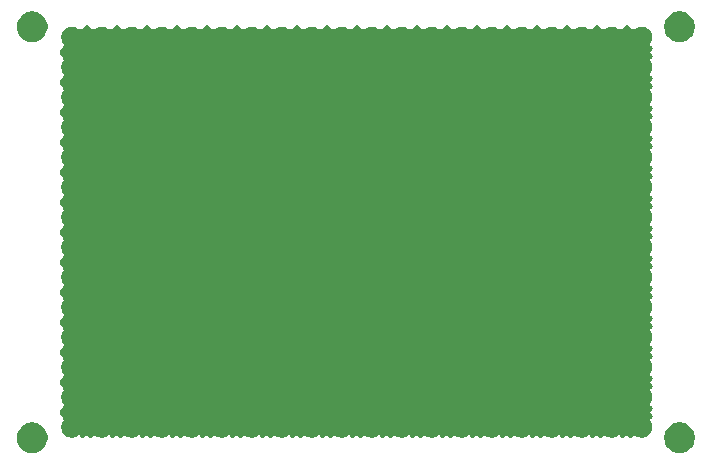
<source format=gbr>
G04 #@! TF.GenerationSoftware,KiCad,Pcbnew,9.0.1*
G04 #@! TF.CreationDate,2025-05-07T17:11:05-04:00*
G04 #@! TF.ProjectId,matrix-protoboard_14x20,6d617472-6978-42d7-9072-6f746f626f61,rev?*
G04 #@! TF.SameCoordinates,Original*
G04 #@! TF.FileFunction,Soldermask,Bot*
G04 #@! TF.FilePolarity,Negative*
%FSLAX46Y46*%
G04 Gerber Fmt 4.6, Leading zero omitted, Abs format (unit mm)*
G04 Created by KiCad (PCBNEW 9.0.1) date 2025-05-07 17:11:05*
%MOMM*%
%LPD*%
G01*
G04 APERTURE LIST*
G04 APERTURE END LIST*
G36*
X136651479Y-105525919D02*
G01*
X136845488Y-105588957D01*
X137027248Y-105681568D01*
X137192282Y-105801472D01*
X137336528Y-105945718D01*
X137456432Y-106110752D01*
X137549043Y-106292512D01*
X137612081Y-106486521D01*
X137643993Y-106688003D01*
X137643993Y-106891997D01*
X137612081Y-107093479D01*
X137549043Y-107287488D01*
X137456432Y-107469248D01*
X137336528Y-107634282D01*
X137192282Y-107778528D01*
X137027248Y-107898432D01*
X136845488Y-107991043D01*
X136651479Y-108054081D01*
X136449997Y-108085993D01*
X136246003Y-108085993D01*
X136044521Y-108054081D01*
X135850512Y-107991043D01*
X135668752Y-107898432D01*
X135503718Y-107778528D01*
X135359472Y-107634282D01*
X135239568Y-107469248D01*
X135146957Y-107287488D01*
X135083919Y-107093479D01*
X135052007Y-106891997D01*
X135052007Y-106688003D01*
X135083919Y-106486521D01*
X135146957Y-106292512D01*
X135239568Y-106110752D01*
X135359472Y-105945718D01*
X135503718Y-105801472D01*
X135668752Y-105681568D01*
X135850512Y-105588957D01*
X136044521Y-105525919D01*
X136246003Y-105494007D01*
X136449997Y-105494007D01*
X136651479Y-105525919D01*
G37*
G36*
X191451479Y-105525919D02*
G01*
X191645488Y-105588957D01*
X191827248Y-105681568D01*
X191992282Y-105801472D01*
X192136528Y-105945718D01*
X192256432Y-106110752D01*
X192349043Y-106292512D01*
X192412081Y-106486521D01*
X192443993Y-106688003D01*
X192443993Y-106891997D01*
X192412081Y-107093479D01*
X192349043Y-107287488D01*
X192256432Y-107469248D01*
X192136528Y-107634282D01*
X191992282Y-107778528D01*
X191827248Y-107898432D01*
X191645488Y-107991043D01*
X191451479Y-108054081D01*
X191249997Y-108085993D01*
X191046003Y-108085993D01*
X190844521Y-108054081D01*
X190650512Y-107991043D01*
X190468752Y-107898432D01*
X190303718Y-107778528D01*
X190159472Y-107634282D01*
X190039568Y-107469248D01*
X189946957Y-107287488D01*
X189883919Y-107093479D01*
X189852007Y-106891997D01*
X189852007Y-106688003D01*
X189883919Y-106486521D01*
X189946957Y-106292512D01*
X190039568Y-106110752D01*
X190159472Y-105945718D01*
X190303718Y-105801472D01*
X190468752Y-105681568D01*
X190650512Y-105588957D01*
X190844521Y-105525919D01*
X191046003Y-105494007D01*
X191249997Y-105494007D01*
X191451479Y-105525919D01*
G37*
G36*
X186754487Y-71859201D02*
G01*
X186755656Y-71859392D01*
X186755835Y-71859509D01*
X186758455Y-71860107D01*
X186762344Y-71861718D01*
X186828846Y-71906154D01*
X186831520Y-71908828D01*
X187076968Y-72154276D01*
X187113722Y-72169500D01*
X187220735Y-72169500D01*
X187230000Y-72169500D01*
X187308455Y-72185107D01*
X187311932Y-72186547D01*
X187312112Y-72186581D01*
X187326379Y-72192301D01*
X187375603Y-72187169D01*
X187377305Y-72186031D01*
X187379046Y-72184291D01*
X187525743Y-72086271D01*
X187688744Y-72018754D01*
X187861785Y-71984334D01*
X188038215Y-71984334D01*
X188211256Y-72018754D01*
X188374257Y-72086271D01*
X188520954Y-72184291D01*
X188645709Y-72309046D01*
X188743729Y-72455743D01*
X188811246Y-72618744D01*
X188845666Y-72791785D01*
X188845666Y-72968215D01*
X188811246Y-73141256D01*
X188743729Y-73304257D01*
X188645709Y-73450954D01*
X188644418Y-73452244D01*
X188636831Y-73491580D01*
X188641852Y-73515380D01*
X188643282Y-73517656D01*
X188644893Y-73521545D01*
X188654609Y-73570390D01*
X188694995Y-73609853D01*
X188731455Y-73617107D01*
X188735344Y-73618718D01*
X188770413Y-73643602D01*
X188797267Y-73661101D01*
X188799554Y-73664279D01*
X188809749Y-73671514D01*
X188844163Y-73726284D01*
X188844810Y-73727183D01*
X188844851Y-73727379D01*
X188846282Y-73729656D01*
X188847893Y-73733545D01*
X188855100Y-73775957D01*
X188861713Y-73807299D01*
X188861083Y-73811161D01*
X188863178Y-73823489D01*
X188848795Y-73886502D01*
X188848607Y-73887656D01*
X188848491Y-73887833D01*
X188847893Y-73890455D01*
X188846282Y-73894344D01*
X188801846Y-73960846D01*
X188695036Y-74067656D01*
X188649113Y-74113579D01*
X188649113Y-74196421D01*
X188801846Y-74349154D01*
X188846282Y-74415656D01*
X188847893Y-74419545D01*
X188855100Y-74461954D01*
X188861713Y-74493299D01*
X188861083Y-74497161D01*
X188863178Y-74509489D01*
X188848795Y-74572502D01*
X188848607Y-74573656D01*
X188848491Y-74573833D01*
X188847893Y-74576455D01*
X188846282Y-74580344D01*
X188821385Y-74615430D01*
X188803898Y-74642267D01*
X188800721Y-74644552D01*
X188793486Y-74654749D01*
X188738715Y-74689163D01*
X188737817Y-74689810D01*
X188737620Y-74689851D01*
X188735344Y-74691282D01*
X188731455Y-74692893D01*
X188691649Y-74700811D01*
X188652334Y-74741044D01*
X188644893Y-74778455D01*
X188643448Y-74781941D01*
X188643434Y-74782020D01*
X188637707Y-74796229D01*
X188642801Y-74845560D01*
X188643964Y-74847301D01*
X188645709Y-74849046D01*
X188743729Y-74995743D01*
X188811246Y-75158744D01*
X188845666Y-75331785D01*
X188845666Y-75508215D01*
X188811246Y-75681256D01*
X188743729Y-75844257D01*
X188645709Y-75990954D01*
X188644418Y-75992244D01*
X188636831Y-76031580D01*
X188641852Y-76055380D01*
X188643282Y-76057656D01*
X188644893Y-76061545D01*
X188654609Y-76110390D01*
X188694995Y-76149853D01*
X188731455Y-76157107D01*
X188735344Y-76158718D01*
X188770413Y-76183602D01*
X188797267Y-76201101D01*
X188799554Y-76204279D01*
X188809749Y-76211514D01*
X188844163Y-76266284D01*
X188844810Y-76267183D01*
X188844851Y-76267379D01*
X188846282Y-76269656D01*
X188847893Y-76273545D01*
X188855100Y-76315957D01*
X188861713Y-76347299D01*
X188861083Y-76351161D01*
X188863178Y-76363489D01*
X188848795Y-76426502D01*
X188848607Y-76427656D01*
X188848491Y-76427833D01*
X188847893Y-76430455D01*
X188846282Y-76434344D01*
X188801846Y-76500846D01*
X188695036Y-76607656D01*
X188649113Y-76653579D01*
X188649113Y-76736421D01*
X188801846Y-76889154D01*
X188846282Y-76955656D01*
X188847893Y-76959545D01*
X188855100Y-77001954D01*
X188861713Y-77033299D01*
X188861083Y-77037161D01*
X188863178Y-77049489D01*
X188848795Y-77112502D01*
X188848607Y-77113656D01*
X188848491Y-77113833D01*
X188847893Y-77116455D01*
X188846282Y-77120344D01*
X188821385Y-77155430D01*
X188803898Y-77182267D01*
X188800721Y-77184552D01*
X188793486Y-77194749D01*
X188738715Y-77229163D01*
X188737817Y-77229810D01*
X188737620Y-77229851D01*
X188735344Y-77231282D01*
X188731455Y-77232893D01*
X188691649Y-77240811D01*
X188652334Y-77281044D01*
X188644893Y-77318455D01*
X188643448Y-77321941D01*
X188643434Y-77322020D01*
X188637707Y-77336229D01*
X188642801Y-77385560D01*
X188643964Y-77387301D01*
X188645709Y-77389046D01*
X188743729Y-77535743D01*
X188811246Y-77698744D01*
X188845666Y-77871785D01*
X188845666Y-78048215D01*
X188811246Y-78221256D01*
X188743729Y-78384257D01*
X188645709Y-78530954D01*
X188644418Y-78532244D01*
X188636831Y-78571580D01*
X188641852Y-78595380D01*
X188643282Y-78597656D01*
X188644893Y-78601545D01*
X188654609Y-78650390D01*
X188694995Y-78689853D01*
X188731455Y-78697107D01*
X188735344Y-78698718D01*
X188770413Y-78723602D01*
X188797267Y-78741101D01*
X188799554Y-78744279D01*
X188809749Y-78751514D01*
X188844163Y-78806284D01*
X188844810Y-78807183D01*
X188844851Y-78807379D01*
X188846282Y-78809656D01*
X188847893Y-78813545D01*
X188855100Y-78855957D01*
X188861713Y-78887299D01*
X188861083Y-78891161D01*
X188863178Y-78903489D01*
X188848795Y-78966502D01*
X188848607Y-78967656D01*
X188848491Y-78967833D01*
X188847893Y-78970455D01*
X188846282Y-78974344D01*
X188801846Y-79040846D01*
X188695036Y-79147656D01*
X188649113Y-79193579D01*
X188649113Y-79276421D01*
X188801846Y-79429154D01*
X188846282Y-79495656D01*
X188847893Y-79499545D01*
X188855100Y-79541954D01*
X188861713Y-79573299D01*
X188861083Y-79577161D01*
X188863178Y-79589489D01*
X188848795Y-79652502D01*
X188848607Y-79653656D01*
X188848491Y-79653833D01*
X188847893Y-79656455D01*
X188846282Y-79660344D01*
X188821385Y-79695430D01*
X188803898Y-79722267D01*
X188800721Y-79724552D01*
X188793486Y-79734749D01*
X188738715Y-79769163D01*
X188737817Y-79769810D01*
X188737620Y-79769851D01*
X188735344Y-79771282D01*
X188731455Y-79772893D01*
X188691649Y-79780811D01*
X188652334Y-79821044D01*
X188644893Y-79858455D01*
X188643448Y-79861941D01*
X188643434Y-79862020D01*
X188637707Y-79876229D01*
X188642801Y-79925560D01*
X188643964Y-79927301D01*
X188645709Y-79929046D01*
X188743729Y-80075743D01*
X188811246Y-80238744D01*
X188845666Y-80411785D01*
X188845666Y-80588215D01*
X188811246Y-80761256D01*
X188743729Y-80924257D01*
X188645709Y-81070954D01*
X188644418Y-81072244D01*
X188636831Y-81111580D01*
X188641852Y-81135380D01*
X188643282Y-81137656D01*
X188644893Y-81141545D01*
X188654609Y-81190390D01*
X188694995Y-81229853D01*
X188731455Y-81237107D01*
X188735344Y-81238718D01*
X188770413Y-81263602D01*
X188797267Y-81281101D01*
X188799554Y-81284279D01*
X188809749Y-81291514D01*
X188844163Y-81346284D01*
X188844810Y-81347183D01*
X188844851Y-81347379D01*
X188846282Y-81349656D01*
X188847893Y-81353545D01*
X188855100Y-81395957D01*
X188861713Y-81427299D01*
X188861083Y-81431161D01*
X188863178Y-81443489D01*
X188848795Y-81506502D01*
X188848607Y-81507656D01*
X188848491Y-81507833D01*
X188847893Y-81510455D01*
X188846282Y-81514344D01*
X188801846Y-81580846D01*
X188695036Y-81687656D01*
X188649113Y-81733579D01*
X188649113Y-81816421D01*
X188801846Y-81969154D01*
X188846282Y-82035656D01*
X188847893Y-82039545D01*
X188855100Y-82081954D01*
X188861713Y-82113299D01*
X188861083Y-82117161D01*
X188863178Y-82129489D01*
X188848795Y-82192502D01*
X188848607Y-82193656D01*
X188848491Y-82193833D01*
X188847893Y-82196455D01*
X188846282Y-82200344D01*
X188821385Y-82235430D01*
X188803898Y-82262267D01*
X188800721Y-82264552D01*
X188793486Y-82274749D01*
X188738715Y-82309163D01*
X188737817Y-82309810D01*
X188737620Y-82309851D01*
X188735344Y-82311282D01*
X188731455Y-82312893D01*
X188691649Y-82320811D01*
X188652334Y-82361044D01*
X188644893Y-82398455D01*
X188643448Y-82401941D01*
X188643434Y-82402020D01*
X188637707Y-82416229D01*
X188642801Y-82465560D01*
X188643964Y-82467301D01*
X188645709Y-82469046D01*
X188743729Y-82615743D01*
X188811246Y-82778744D01*
X188845666Y-82951785D01*
X188845666Y-83128215D01*
X188811246Y-83301256D01*
X188743729Y-83464257D01*
X188645709Y-83610954D01*
X188644418Y-83612244D01*
X188636831Y-83651580D01*
X188641852Y-83675380D01*
X188643282Y-83677656D01*
X188644893Y-83681545D01*
X188654609Y-83730390D01*
X188694995Y-83769853D01*
X188731455Y-83777107D01*
X188735344Y-83778718D01*
X188770413Y-83803602D01*
X188797267Y-83821101D01*
X188799554Y-83824279D01*
X188809749Y-83831514D01*
X188844163Y-83886284D01*
X188844810Y-83887183D01*
X188844851Y-83887379D01*
X188846282Y-83889656D01*
X188847893Y-83893545D01*
X188855100Y-83935957D01*
X188861713Y-83967299D01*
X188861083Y-83971161D01*
X188863178Y-83983489D01*
X188848795Y-84046502D01*
X188848607Y-84047656D01*
X188848491Y-84047833D01*
X188847893Y-84050455D01*
X188846282Y-84054344D01*
X188801846Y-84120846D01*
X188695036Y-84227656D01*
X188649113Y-84273579D01*
X188649113Y-84356421D01*
X188801846Y-84509154D01*
X188846282Y-84575656D01*
X188847893Y-84579545D01*
X188855100Y-84621954D01*
X188861713Y-84653299D01*
X188861083Y-84657161D01*
X188863178Y-84669489D01*
X188848795Y-84732502D01*
X188848607Y-84733656D01*
X188848491Y-84733833D01*
X188847893Y-84736455D01*
X188846282Y-84740344D01*
X188821385Y-84775430D01*
X188803898Y-84802267D01*
X188800721Y-84804552D01*
X188793486Y-84814749D01*
X188738715Y-84849163D01*
X188737817Y-84849810D01*
X188737620Y-84849851D01*
X188735344Y-84851282D01*
X188731455Y-84852893D01*
X188691649Y-84860811D01*
X188652334Y-84901044D01*
X188644893Y-84938455D01*
X188643448Y-84941941D01*
X188643434Y-84942020D01*
X188637707Y-84956229D01*
X188642801Y-85005560D01*
X188643964Y-85007301D01*
X188645709Y-85009046D01*
X188743729Y-85155743D01*
X188811246Y-85318744D01*
X188845666Y-85491785D01*
X188845666Y-85668215D01*
X188811246Y-85841256D01*
X188743729Y-86004257D01*
X188645709Y-86150954D01*
X188644418Y-86152244D01*
X188636831Y-86191580D01*
X188641852Y-86215380D01*
X188643282Y-86217656D01*
X188644893Y-86221545D01*
X188654609Y-86270390D01*
X188694995Y-86309853D01*
X188731455Y-86317107D01*
X188735344Y-86318718D01*
X188770413Y-86343602D01*
X188797267Y-86361101D01*
X188799554Y-86364279D01*
X188809749Y-86371514D01*
X188844163Y-86426284D01*
X188844810Y-86427183D01*
X188844851Y-86427379D01*
X188846282Y-86429656D01*
X188847893Y-86433545D01*
X188855100Y-86475957D01*
X188861713Y-86507299D01*
X188861083Y-86511161D01*
X188863178Y-86523489D01*
X188848795Y-86586502D01*
X188848607Y-86587656D01*
X188848491Y-86587833D01*
X188847893Y-86590455D01*
X188846282Y-86594344D01*
X188801846Y-86660846D01*
X188695036Y-86767656D01*
X188649113Y-86813579D01*
X188649113Y-86896421D01*
X188801846Y-87049154D01*
X188846282Y-87115656D01*
X188847893Y-87119545D01*
X188855100Y-87161954D01*
X188861713Y-87193299D01*
X188861083Y-87197161D01*
X188863178Y-87209489D01*
X188848795Y-87272502D01*
X188848607Y-87273656D01*
X188848491Y-87273833D01*
X188847893Y-87276455D01*
X188846282Y-87280344D01*
X188821385Y-87315430D01*
X188803898Y-87342267D01*
X188800721Y-87344552D01*
X188793486Y-87354749D01*
X188738715Y-87389163D01*
X188737817Y-87389810D01*
X188737620Y-87389851D01*
X188735344Y-87391282D01*
X188731455Y-87392893D01*
X188691649Y-87400811D01*
X188652334Y-87441044D01*
X188644893Y-87478455D01*
X188643448Y-87481941D01*
X188643434Y-87482020D01*
X188637707Y-87496229D01*
X188642801Y-87545560D01*
X188643964Y-87547301D01*
X188645709Y-87549046D01*
X188743729Y-87695743D01*
X188811246Y-87858744D01*
X188845666Y-88031785D01*
X188845666Y-88208215D01*
X188811246Y-88381256D01*
X188743729Y-88544257D01*
X188645709Y-88690954D01*
X188644418Y-88692244D01*
X188636831Y-88731580D01*
X188641852Y-88755380D01*
X188643282Y-88757656D01*
X188644893Y-88761545D01*
X188654609Y-88810390D01*
X188694995Y-88849853D01*
X188731455Y-88857107D01*
X188735344Y-88858718D01*
X188770413Y-88883602D01*
X188797267Y-88901101D01*
X188799554Y-88904279D01*
X188809749Y-88911514D01*
X188844163Y-88966284D01*
X188844810Y-88967183D01*
X188844851Y-88967379D01*
X188846282Y-88969656D01*
X188847893Y-88973545D01*
X188855100Y-89015957D01*
X188861713Y-89047299D01*
X188861083Y-89051161D01*
X188863178Y-89063489D01*
X188848795Y-89126502D01*
X188848607Y-89127656D01*
X188848491Y-89127833D01*
X188847893Y-89130455D01*
X188846282Y-89134344D01*
X188801846Y-89200846D01*
X188695036Y-89307656D01*
X188649113Y-89353579D01*
X188649113Y-89436421D01*
X188801846Y-89589154D01*
X188846282Y-89655656D01*
X188847893Y-89659545D01*
X188855100Y-89701954D01*
X188861713Y-89733299D01*
X188861083Y-89737161D01*
X188863178Y-89749489D01*
X188848795Y-89812502D01*
X188848607Y-89813656D01*
X188848491Y-89813833D01*
X188847893Y-89816455D01*
X188846282Y-89820344D01*
X188821385Y-89855430D01*
X188803898Y-89882267D01*
X188800721Y-89884552D01*
X188793486Y-89894749D01*
X188738715Y-89929163D01*
X188737817Y-89929810D01*
X188737620Y-89929851D01*
X188735344Y-89931282D01*
X188731455Y-89932893D01*
X188691649Y-89940811D01*
X188652334Y-89981044D01*
X188644893Y-90018455D01*
X188643448Y-90021941D01*
X188643434Y-90022020D01*
X188637707Y-90036229D01*
X188642801Y-90085560D01*
X188643964Y-90087301D01*
X188645709Y-90089046D01*
X188743729Y-90235743D01*
X188811246Y-90398744D01*
X188845666Y-90571785D01*
X188845666Y-90748215D01*
X188811246Y-90921256D01*
X188743729Y-91084257D01*
X188645709Y-91230954D01*
X188644418Y-91232244D01*
X188636831Y-91271580D01*
X188641852Y-91295380D01*
X188643282Y-91297656D01*
X188644893Y-91301545D01*
X188654609Y-91350390D01*
X188694995Y-91389853D01*
X188731455Y-91397107D01*
X188735344Y-91398718D01*
X188770413Y-91423602D01*
X188797267Y-91441101D01*
X188799554Y-91444279D01*
X188809749Y-91451514D01*
X188844163Y-91506284D01*
X188844810Y-91507183D01*
X188844851Y-91507379D01*
X188846282Y-91509656D01*
X188847893Y-91513545D01*
X188855100Y-91555957D01*
X188861713Y-91587299D01*
X188861083Y-91591161D01*
X188863178Y-91603489D01*
X188848795Y-91666502D01*
X188848607Y-91667656D01*
X188848491Y-91667833D01*
X188847893Y-91670455D01*
X188846282Y-91674344D01*
X188801846Y-91740846D01*
X188695036Y-91847656D01*
X188649113Y-91893579D01*
X188649113Y-91976421D01*
X188801846Y-92129154D01*
X188846282Y-92195656D01*
X188847893Y-92199545D01*
X188855100Y-92241954D01*
X188861713Y-92273299D01*
X188861083Y-92277161D01*
X188863178Y-92289489D01*
X188848795Y-92352502D01*
X188848607Y-92353656D01*
X188848491Y-92353833D01*
X188847893Y-92356455D01*
X188846282Y-92360344D01*
X188821385Y-92395430D01*
X188803898Y-92422267D01*
X188800721Y-92424552D01*
X188793486Y-92434749D01*
X188738715Y-92469163D01*
X188737817Y-92469810D01*
X188737620Y-92469851D01*
X188735344Y-92471282D01*
X188731455Y-92472893D01*
X188691649Y-92480811D01*
X188652334Y-92521044D01*
X188644893Y-92558455D01*
X188643448Y-92561941D01*
X188643434Y-92562020D01*
X188637707Y-92576229D01*
X188642801Y-92625560D01*
X188643964Y-92627301D01*
X188645709Y-92629046D01*
X188743729Y-92775743D01*
X188811246Y-92938744D01*
X188845666Y-93111785D01*
X188845666Y-93288215D01*
X188811246Y-93461256D01*
X188743729Y-93624257D01*
X188645709Y-93770954D01*
X188644418Y-93772244D01*
X188636831Y-93811580D01*
X188641852Y-93835380D01*
X188643282Y-93837656D01*
X188644893Y-93841545D01*
X188654609Y-93890390D01*
X188694995Y-93929853D01*
X188731455Y-93937107D01*
X188735344Y-93938718D01*
X188770413Y-93963602D01*
X188797267Y-93981101D01*
X188799554Y-93984279D01*
X188809749Y-93991514D01*
X188844163Y-94046284D01*
X188844810Y-94047183D01*
X188844851Y-94047379D01*
X188846282Y-94049656D01*
X188847893Y-94053545D01*
X188855100Y-94095957D01*
X188861713Y-94127299D01*
X188861083Y-94131161D01*
X188863178Y-94143489D01*
X188848795Y-94206502D01*
X188848607Y-94207656D01*
X188848491Y-94207833D01*
X188847893Y-94210455D01*
X188846282Y-94214344D01*
X188801846Y-94280846D01*
X188695036Y-94387656D01*
X188649113Y-94433579D01*
X188649113Y-94516421D01*
X188801846Y-94669154D01*
X188846282Y-94735656D01*
X188847893Y-94739545D01*
X188855100Y-94781954D01*
X188861713Y-94813299D01*
X188861083Y-94817161D01*
X188863178Y-94829489D01*
X188848795Y-94892502D01*
X188848607Y-94893656D01*
X188848491Y-94893833D01*
X188847893Y-94896455D01*
X188846282Y-94900344D01*
X188821385Y-94935430D01*
X188803898Y-94962267D01*
X188800721Y-94964552D01*
X188793486Y-94974749D01*
X188738715Y-95009163D01*
X188737817Y-95009810D01*
X188737620Y-95009851D01*
X188735344Y-95011282D01*
X188731455Y-95012893D01*
X188691649Y-95020811D01*
X188652334Y-95061044D01*
X188644893Y-95098455D01*
X188643448Y-95101941D01*
X188643434Y-95102020D01*
X188637707Y-95116229D01*
X188642801Y-95165560D01*
X188643964Y-95167301D01*
X188645709Y-95169046D01*
X188743729Y-95315743D01*
X188811246Y-95478744D01*
X188845666Y-95651785D01*
X188845666Y-95828215D01*
X188811246Y-96001256D01*
X188743729Y-96164257D01*
X188645709Y-96310954D01*
X188644418Y-96312244D01*
X188636831Y-96351580D01*
X188641852Y-96375380D01*
X188643282Y-96377656D01*
X188644893Y-96381545D01*
X188654609Y-96430390D01*
X188694995Y-96469853D01*
X188731455Y-96477107D01*
X188735344Y-96478718D01*
X188770413Y-96503602D01*
X188797267Y-96521101D01*
X188799554Y-96524279D01*
X188809749Y-96531514D01*
X188844163Y-96586284D01*
X188844810Y-96587183D01*
X188844851Y-96587379D01*
X188846282Y-96589656D01*
X188847893Y-96593545D01*
X188855100Y-96635957D01*
X188861713Y-96667299D01*
X188861083Y-96671161D01*
X188863178Y-96683489D01*
X188848795Y-96746502D01*
X188848607Y-96747656D01*
X188848491Y-96747833D01*
X188847893Y-96750455D01*
X188846282Y-96754344D01*
X188801846Y-96820846D01*
X188695036Y-96927656D01*
X188649113Y-96973579D01*
X188649113Y-97056421D01*
X188801846Y-97209154D01*
X188846282Y-97275656D01*
X188847893Y-97279545D01*
X188855100Y-97321954D01*
X188861713Y-97353299D01*
X188861083Y-97357161D01*
X188863178Y-97369489D01*
X188848795Y-97432502D01*
X188848607Y-97433656D01*
X188848491Y-97433833D01*
X188847893Y-97436455D01*
X188846282Y-97440344D01*
X188821385Y-97475430D01*
X188803898Y-97502267D01*
X188800721Y-97504552D01*
X188793486Y-97514749D01*
X188738715Y-97549163D01*
X188737817Y-97549810D01*
X188737620Y-97549851D01*
X188735344Y-97551282D01*
X188731455Y-97552893D01*
X188691649Y-97560811D01*
X188652334Y-97601044D01*
X188644893Y-97638455D01*
X188643448Y-97641941D01*
X188643434Y-97642020D01*
X188637707Y-97656229D01*
X188642801Y-97705560D01*
X188643964Y-97707301D01*
X188645709Y-97709046D01*
X188743729Y-97855743D01*
X188811246Y-98018744D01*
X188845666Y-98191785D01*
X188845666Y-98368215D01*
X188811246Y-98541256D01*
X188743729Y-98704257D01*
X188645709Y-98850954D01*
X188644418Y-98852244D01*
X188636831Y-98891580D01*
X188641852Y-98915380D01*
X188643282Y-98917656D01*
X188644893Y-98921545D01*
X188654609Y-98970390D01*
X188694995Y-99009853D01*
X188731455Y-99017107D01*
X188735344Y-99018718D01*
X188770413Y-99043602D01*
X188797267Y-99061101D01*
X188799554Y-99064279D01*
X188809749Y-99071514D01*
X188844163Y-99126284D01*
X188844810Y-99127183D01*
X188844851Y-99127379D01*
X188846282Y-99129656D01*
X188847893Y-99133545D01*
X188855100Y-99175957D01*
X188861713Y-99207299D01*
X188861083Y-99211161D01*
X188863178Y-99223489D01*
X188848795Y-99286502D01*
X188848607Y-99287656D01*
X188848491Y-99287833D01*
X188847893Y-99290455D01*
X188846282Y-99294344D01*
X188801846Y-99360846D01*
X188695036Y-99467656D01*
X188649113Y-99513579D01*
X188649113Y-99596421D01*
X188801846Y-99749154D01*
X188846282Y-99815656D01*
X188847893Y-99819545D01*
X188855100Y-99861954D01*
X188861713Y-99893299D01*
X188861083Y-99897161D01*
X188863178Y-99909489D01*
X188848795Y-99972502D01*
X188848607Y-99973656D01*
X188848491Y-99973833D01*
X188847893Y-99976455D01*
X188846282Y-99980344D01*
X188821385Y-100015430D01*
X188803898Y-100042267D01*
X188800721Y-100044552D01*
X188793486Y-100054749D01*
X188738715Y-100089163D01*
X188737817Y-100089810D01*
X188737620Y-100089851D01*
X188735344Y-100091282D01*
X188731455Y-100092893D01*
X188691649Y-100100811D01*
X188652334Y-100141044D01*
X188644893Y-100178455D01*
X188643448Y-100181941D01*
X188643434Y-100182020D01*
X188637707Y-100196229D01*
X188642801Y-100245560D01*
X188643964Y-100247301D01*
X188645709Y-100249046D01*
X188743729Y-100395743D01*
X188811246Y-100558744D01*
X188845666Y-100731785D01*
X188845666Y-100908215D01*
X188811246Y-101081256D01*
X188743729Y-101244257D01*
X188645709Y-101390954D01*
X188644418Y-101392244D01*
X188636831Y-101431580D01*
X188641852Y-101455380D01*
X188643282Y-101457656D01*
X188644893Y-101461545D01*
X188654609Y-101510390D01*
X188694995Y-101549853D01*
X188731455Y-101557107D01*
X188735344Y-101558718D01*
X188770413Y-101583602D01*
X188797267Y-101601101D01*
X188799554Y-101604279D01*
X188809749Y-101611514D01*
X188844163Y-101666284D01*
X188844810Y-101667183D01*
X188844851Y-101667379D01*
X188846282Y-101669656D01*
X188847893Y-101673545D01*
X188855100Y-101715957D01*
X188861713Y-101747299D01*
X188861083Y-101751161D01*
X188863178Y-101763489D01*
X188848795Y-101826502D01*
X188848607Y-101827656D01*
X188848491Y-101827833D01*
X188847893Y-101830455D01*
X188846282Y-101834344D01*
X188801846Y-101900846D01*
X188695036Y-102007656D01*
X188649113Y-102053579D01*
X188649113Y-102136421D01*
X188801846Y-102289154D01*
X188846282Y-102355656D01*
X188847893Y-102359545D01*
X188855100Y-102401954D01*
X188861713Y-102433299D01*
X188861083Y-102437161D01*
X188863178Y-102449489D01*
X188848795Y-102512502D01*
X188848607Y-102513656D01*
X188848491Y-102513833D01*
X188847893Y-102516455D01*
X188846282Y-102520344D01*
X188821385Y-102555430D01*
X188803898Y-102582267D01*
X188800721Y-102584552D01*
X188793486Y-102594749D01*
X188738715Y-102629163D01*
X188737817Y-102629810D01*
X188737620Y-102629851D01*
X188735344Y-102631282D01*
X188731455Y-102632893D01*
X188691649Y-102640811D01*
X188652334Y-102681044D01*
X188644893Y-102718455D01*
X188643448Y-102721941D01*
X188643434Y-102722020D01*
X188637707Y-102736229D01*
X188642801Y-102785560D01*
X188643964Y-102787301D01*
X188645709Y-102789046D01*
X188743729Y-102935743D01*
X188811246Y-103098744D01*
X188845666Y-103271785D01*
X188845666Y-103448215D01*
X188811246Y-103621256D01*
X188743729Y-103784257D01*
X188645709Y-103930954D01*
X188644418Y-103932244D01*
X188636831Y-103971580D01*
X188641852Y-103995380D01*
X188643282Y-103997656D01*
X188644893Y-104001545D01*
X188654609Y-104050390D01*
X188694995Y-104089853D01*
X188731455Y-104097107D01*
X188735344Y-104098718D01*
X188770413Y-104123602D01*
X188797267Y-104141101D01*
X188799554Y-104144279D01*
X188809749Y-104151514D01*
X188844163Y-104206284D01*
X188844810Y-104207183D01*
X188844851Y-104207379D01*
X188846282Y-104209656D01*
X188847893Y-104213545D01*
X188855100Y-104255957D01*
X188861713Y-104287299D01*
X188861083Y-104291161D01*
X188863178Y-104303489D01*
X188848795Y-104366502D01*
X188848607Y-104367656D01*
X188848491Y-104367833D01*
X188847893Y-104370455D01*
X188846282Y-104374344D01*
X188801846Y-104440846D01*
X188695036Y-104547656D01*
X188649113Y-104593579D01*
X188649113Y-104676421D01*
X188801846Y-104829154D01*
X188846282Y-104895656D01*
X188847893Y-104899545D01*
X188855100Y-104941954D01*
X188861713Y-104973299D01*
X188861083Y-104977161D01*
X188863178Y-104989489D01*
X188848795Y-105052502D01*
X188848607Y-105053656D01*
X188848491Y-105053833D01*
X188847893Y-105056455D01*
X188846282Y-105060344D01*
X188821385Y-105095430D01*
X188803898Y-105122267D01*
X188800721Y-105124552D01*
X188793486Y-105134749D01*
X188738715Y-105169163D01*
X188737817Y-105169810D01*
X188737620Y-105169851D01*
X188735344Y-105171282D01*
X188731455Y-105172893D01*
X188691649Y-105180811D01*
X188652334Y-105221044D01*
X188644893Y-105258455D01*
X188643448Y-105261941D01*
X188643434Y-105262020D01*
X188637707Y-105276229D01*
X188642801Y-105325560D01*
X188643964Y-105327301D01*
X188645709Y-105329046D01*
X188743729Y-105475743D01*
X188811246Y-105638744D01*
X188845666Y-105811785D01*
X188845666Y-105988215D01*
X188811246Y-106161256D01*
X188743729Y-106324257D01*
X188645709Y-106470954D01*
X188520954Y-106595709D01*
X188374257Y-106693729D01*
X188211256Y-106761246D01*
X188038215Y-106795666D01*
X187861785Y-106795666D01*
X187688744Y-106761246D01*
X187525743Y-106693729D01*
X187379046Y-106595709D01*
X187377756Y-106594419D01*
X187338419Y-106586831D01*
X187314619Y-106591851D01*
X187312344Y-106593282D01*
X187308455Y-106594893D01*
X187259606Y-106604610D01*
X187220145Y-106644995D01*
X187212893Y-106681455D01*
X187211282Y-106685344D01*
X187186386Y-106720428D01*
X187168898Y-106747267D01*
X187165721Y-106749552D01*
X187158486Y-106759749D01*
X187103707Y-106794168D01*
X187102816Y-106794810D01*
X187102621Y-106794851D01*
X187100344Y-106796282D01*
X187096455Y-106797893D01*
X187054036Y-106805101D01*
X187022700Y-106811713D01*
X187018838Y-106811083D01*
X187006511Y-106813178D01*
X186943499Y-106798795D01*
X186942343Y-106798607D01*
X186942165Y-106798491D01*
X186939545Y-106797893D01*
X186935656Y-106796282D01*
X186869154Y-106751846D01*
X186716421Y-106599113D01*
X186633579Y-106599113D01*
X186480846Y-106751846D01*
X186414344Y-106796282D01*
X186410455Y-106797893D01*
X186368040Y-106805100D01*
X186336700Y-106811713D01*
X186332838Y-106811083D01*
X186320511Y-106813178D01*
X186257499Y-106798795D01*
X186256343Y-106798607D01*
X186256165Y-106798491D01*
X186253545Y-106797893D01*
X186249656Y-106796282D01*
X186214580Y-106771393D01*
X186187732Y-106753898D01*
X186185445Y-106750719D01*
X186175251Y-106743486D01*
X186140845Y-106688729D01*
X186140188Y-106687816D01*
X186140145Y-106687616D01*
X186138718Y-106685344D01*
X186137107Y-106681455D01*
X186129188Y-106641649D01*
X186088954Y-106602334D01*
X186051545Y-106594893D01*
X186048065Y-106593451D01*
X186047944Y-106593429D01*
X186033709Y-106587703D01*
X185984421Y-106592813D01*
X185982700Y-106593962D01*
X185980954Y-106595709D01*
X185834257Y-106693729D01*
X185671256Y-106761246D01*
X185498215Y-106795666D01*
X185321785Y-106795666D01*
X185148744Y-106761246D01*
X184985743Y-106693729D01*
X184839046Y-106595709D01*
X184837756Y-106594419D01*
X184798419Y-106586831D01*
X184774619Y-106591851D01*
X184772344Y-106593282D01*
X184768455Y-106594893D01*
X184719606Y-106604610D01*
X184680145Y-106644995D01*
X184672893Y-106681455D01*
X184671282Y-106685344D01*
X184646386Y-106720428D01*
X184628898Y-106747267D01*
X184625721Y-106749552D01*
X184618486Y-106759749D01*
X184563707Y-106794168D01*
X184562816Y-106794810D01*
X184562621Y-106794851D01*
X184560344Y-106796282D01*
X184556455Y-106797893D01*
X184514036Y-106805101D01*
X184482700Y-106811713D01*
X184478838Y-106811083D01*
X184466511Y-106813178D01*
X184403499Y-106798795D01*
X184402343Y-106798607D01*
X184402165Y-106798491D01*
X184399545Y-106797893D01*
X184395656Y-106796282D01*
X184329154Y-106751846D01*
X184176421Y-106599113D01*
X184093579Y-106599113D01*
X183940846Y-106751846D01*
X183874344Y-106796282D01*
X183870455Y-106797893D01*
X183828040Y-106805100D01*
X183796700Y-106811713D01*
X183792838Y-106811083D01*
X183780511Y-106813178D01*
X183717499Y-106798795D01*
X183716343Y-106798607D01*
X183716165Y-106798491D01*
X183713545Y-106797893D01*
X183709656Y-106796282D01*
X183674580Y-106771393D01*
X183647732Y-106753898D01*
X183645445Y-106750719D01*
X183635251Y-106743486D01*
X183600845Y-106688729D01*
X183600188Y-106687816D01*
X183600145Y-106687616D01*
X183598718Y-106685344D01*
X183597107Y-106681455D01*
X183589188Y-106641649D01*
X183548954Y-106602334D01*
X183511545Y-106594893D01*
X183508065Y-106593451D01*
X183507944Y-106593429D01*
X183493709Y-106587703D01*
X183444421Y-106592813D01*
X183442700Y-106593962D01*
X183440954Y-106595709D01*
X183294257Y-106693729D01*
X183131256Y-106761246D01*
X182958215Y-106795666D01*
X182781785Y-106795666D01*
X182608744Y-106761246D01*
X182445743Y-106693729D01*
X182299046Y-106595709D01*
X182297756Y-106594419D01*
X182258419Y-106586831D01*
X182234619Y-106591851D01*
X182232344Y-106593282D01*
X182228455Y-106594893D01*
X182179606Y-106604610D01*
X182140145Y-106644995D01*
X182132893Y-106681455D01*
X182131282Y-106685344D01*
X182106386Y-106720428D01*
X182088898Y-106747267D01*
X182085721Y-106749552D01*
X182078486Y-106759749D01*
X182023707Y-106794168D01*
X182022816Y-106794810D01*
X182022621Y-106794851D01*
X182020344Y-106796282D01*
X182016455Y-106797893D01*
X181974036Y-106805101D01*
X181942700Y-106811713D01*
X181938838Y-106811083D01*
X181926511Y-106813178D01*
X181863499Y-106798795D01*
X181862343Y-106798607D01*
X181862165Y-106798491D01*
X181859545Y-106797893D01*
X181855656Y-106796282D01*
X181789154Y-106751846D01*
X181636421Y-106599113D01*
X181553579Y-106599113D01*
X181400846Y-106751846D01*
X181334344Y-106796282D01*
X181330455Y-106797893D01*
X181288040Y-106805100D01*
X181256700Y-106811713D01*
X181252838Y-106811083D01*
X181240511Y-106813178D01*
X181177499Y-106798795D01*
X181176343Y-106798607D01*
X181176165Y-106798491D01*
X181173545Y-106797893D01*
X181169656Y-106796282D01*
X181134580Y-106771393D01*
X181107732Y-106753898D01*
X181105445Y-106750719D01*
X181095251Y-106743486D01*
X181060845Y-106688729D01*
X181060188Y-106687816D01*
X181060145Y-106687616D01*
X181058718Y-106685344D01*
X181057107Y-106681455D01*
X181049188Y-106641649D01*
X181008954Y-106602334D01*
X180971545Y-106594893D01*
X180968065Y-106593451D01*
X180967944Y-106593429D01*
X180953709Y-106587703D01*
X180904421Y-106592813D01*
X180902700Y-106593962D01*
X180900954Y-106595709D01*
X180754257Y-106693729D01*
X180591256Y-106761246D01*
X180418215Y-106795666D01*
X180241785Y-106795666D01*
X180068744Y-106761246D01*
X179905743Y-106693729D01*
X179759046Y-106595709D01*
X179757756Y-106594419D01*
X179718419Y-106586831D01*
X179694619Y-106591851D01*
X179692344Y-106593282D01*
X179688455Y-106594893D01*
X179639606Y-106604610D01*
X179600145Y-106644995D01*
X179592893Y-106681455D01*
X179591282Y-106685344D01*
X179566386Y-106720428D01*
X179548898Y-106747267D01*
X179545721Y-106749552D01*
X179538486Y-106759749D01*
X179483707Y-106794168D01*
X179482816Y-106794810D01*
X179482621Y-106794851D01*
X179480344Y-106796282D01*
X179476455Y-106797893D01*
X179434036Y-106805101D01*
X179402700Y-106811713D01*
X179398838Y-106811083D01*
X179386511Y-106813178D01*
X179323499Y-106798795D01*
X179322343Y-106798607D01*
X179322165Y-106798491D01*
X179319545Y-106797893D01*
X179315656Y-106796282D01*
X179249154Y-106751846D01*
X179096421Y-106599113D01*
X179013579Y-106599113D01*
X178860846Y-106751846D01*
X178794344Y-106796282D01*
X178790455Y-106797893D01*
X178748040Y-106805100D01*
X178716700Y-106811713D01*
X178712838Y-106811083D01*
X178700511Y-106813178D01*
X178637499Y-106798795D01*
X178636343Y-106798607D01*
X178636165Y-106798491D01*
X178633545Y-106797893D01*
X178629656Y-106796282D01*
X178594580Y-106771393D01*
X178567732Y-106753898D01*
X178565445Y-106750719D01*
X178555251Y-106743486D01*
X178520845Y-106688729D01*
X178520188Y-106687816D01*
X178520145Y-106687616D01*
X178518718Y-106685344D01*
X178517107Y-106681455D01*
X178509188Y-106641649D01*
X178468954Y-106602334D01*
X178431545Y-106594893D01*
X178428065Y-106593451D01*
X178427944Y-106593429D01*
X178413709Y-106587703D01*
X178364421Y-106592813D01*
X178362700Y-106593962D01*
X178360954Y-106595709D01*
X178214257Y-106693729D01*
X178051256Y-106761246D01*
X177878215Y-106795666D01*
X177701785Y-106795666D01*
X177528744Y-106761246D01*
X177365743Y-106693729D01*
X177219046Y-106595709D01*
X177217756Y-106594419D01*
X177178419Y-106586831D01*
X177154619Y-106591851D01*
X177152344Y-106593282D01*
X177148455Y-106594893D01*
X177099606Y-106604610D01*
X177060145Y-106644995D01*
X177052893Y-106681455D01*
X177051282Y-106685344D01*
X177026386Y-106720428D01*
X177008898Y-106747267D01*
X177005721Y-106749552D01*
X176998486Y-106759749D01*
X176943707Y-106794168D01*
X176942816Y-106794810D01*
X176942621Y-106794851D01*
X176940344Y-106796282D01*
X176936455Y-106797893D01*
X176894036Y-106805101D01*
X176862700Y-106811713D01*
X176858838Y-106811083D01*
X176846511Y-106813178D01*
X176783499Y-106798795D01*
X176782343Y-106798607D01*
X176782165Y-106798491D01*
X176779545Y-106797893D01*
X176775656Y-106796282D01*
X176709154Y-106751846D01*
X176556421Y-106599113D01*
X176473579Y-106599113D01*
X176320846Y-106751846D01*
X176254344Y-106796282D01*
X176250455Y-106797893D01*
X176208040Y-106805100D01*
X176176700Y-106811713D01*
X176172838Y-106811083D01*
X176160511Y-106813178D01*
X176097499Y-106798795D01*
X176096343Y-106798607D01*
X176096165Y-106798491D01*
X176093545Y-106797893D01*
X176089656Y-106796282D01*
X176054580Y-106771393D01*
X176027732Y-106753898D01*
X176025445Y-106750719D01*
X176015251Y-106743486D01*
X175980845Y-106688729D01*
X175980188Y-106687816D01*
X175980145Y-106687616D01*
X175978718Y-106685344D01*
X175977107Y-106681455D01*
X175969188Y-106641649D01*
X175928954Y-106602334D01*
X175891545Y-106594893D01*
X175888065Y-106593451D01*
X175887944Y-106593429D01*
X175873709Y-106587703D01*
X175824421Y-106592813D01*
X175822700Y-106593962D01*
X175820954Y-106595709D01*
X175674257Y-106693729D01*
X175511256Y-106761246D01*
X175338215Y-106795666D01*
X175161785Y-106795666D01*
X174988744Y-106761246D01*
X174825743Y-106693729D01*
X174679046Y-106595709D01*
X174677756Y-106594419D01*
X174638419Y-106586831D01*
X174614619Y-106591851D01*
X174612344Y-106593282D01*
X174608455Y-106594893D01*
X174559606Y-106604610D01*
X174520145Y-106644995D01*
X174512893Y-106681455D01*
X174511282Y-106685344D01*
X174486386Y-106720428D01*
X174468898Y-106747267D01*
X174465721Y-106749552D01*
X174458486Y-106759749D01*
X174403707Y-106794168D01*
X174402816Y-106794810D01*
X174402621Y-106794851D01*
X174400344Y-106796282D01*
X174396455Y-106797893D01*
X174354036Y-106805101D01*
X174322700Y-106811713D01*
X174318838Y-106811083D01*
X174306511Y-106813178D01*
X174243499Y-106798795D01*
X174242343Y-106798607D01*
X174242165Y-106798491D01*
X174239545Y-106797893D01*
X174235656Y-106796282D01*
X174169154Y-106751846D01*
X174016421Y-106599113D01*
X173933579Y-106599113D01*
X173780846Y-106751846D01*
X173714344Y-106796282D01*
X173710455Y-106797893D01*
X173668040Y-106805100D01*
X173636700Y-106811713D01*
X173632838Y-106811083D01*
X173620511Y-106813178D01*
X173557499Y-106798795D01*
X173556343Y-106798607D01*
X173556165Y-106798491D01*
X173553545Y-106797893D01*
X173549656Y-106796282D01*
X173514580Y-106771393D01*
X173487732Y-106753898D01*
X173485445Y-106750719D01*
X173475251Y-106743486D01*
X173440845Y-106688729D01*
X173440188Y-106687816D01*
X173440145Y-106687616D01*
X173438718Y-106685344D01*
X173437107Y-106681455D01*
X173429188Y-106641649D01*
X173388954Y-106602334D01*
X173351545Y-106594893D01*
X173348065Y-106593451D01*
X173347944Y-106593429D01*
X173333709Y-106587703D01*
X173284421Y-106592813D01*
X173282700Y-106593962D01*
X173280954Y-106595709D01*
X173134257Y-106693729D01*
X172971256Y-106761246D01*
X172798215Y-106795666D01*
X172621785Y-106795666D01*
X172448744Y-106761246D01*
X172285743Y-106693729D01*
X172139046Y-106595709D01*
X172137756Y-106594419D01*
X172098419Y-106586831D01*
X172074619Y-106591851D01*
X172072344Y-106593282D01*
X172068455Y-106594893D01*
X172019606Y-106604610D01*
X171980145Y-106644995D01*
X171972893Y-106681455D01*
X171971282Y-106685344D01*
X171946386Y-106720428D01*
X171928898Y-106747267D01*
X171925721Y-106749552D01*
X171918486Y-106759749D01*
X171863707Y-106794168D01*
X171862816Y-106794810D01*
X171862621Y-106794851D01*
X171860344Y-106796282D01*
X171856455Y-106797893D01*
X171814036Y-106805101D01*
X171782700Y-106811713D01*
X171778838Y-106811083D01*
X171766511Y-106813178D01*
X171703499Y-106798795D01*
X171702343Y-106798607D01*
X171702165Y-106798491D01*
X171699545Y-106797893D01*
X171695656Y-106796282D01*
X171629154Y-106751846D01*
X171476421Y-106599113D01*
X171393579Y-106599113D01*
X171240846Y-106751846D01*
X171174344Y-106796282D01*
X171170455Y-106797893D01*
X171128040Y-106805100D01*
X171096700Y-106811713D01*
X171092838Y-106811083D01*
X171080511Y-106813178D01*
X171017499Y-106798795D01*
X171016343Y-106798607D01*
X171016165Y-106798491D01*
X171013545Y-106797893D01*
X171009656Y-106796282D01*
X170974580Y-106771393D01*
X170947732Y-106753898D01*
X170945445Y-106750719D01*
X170935251Y-106743486D01*
X170900845Y-106688729D01*
X170900188Y-106687816D01*
X170900145Y-106687616D01*
X170898718Y-106685344D01*
X170897107Y-106681455D01*
X170889188Y-106641649D01*
X170848954Y-106602334D01*
X170811545Y-106594893D01*
X170808065Y-106593451D01*
X170807944Y-106593429D01*
X170793709Y-106587703D01*
X170744421Y-106592813D01*
X170742700Y-106593962D01*
X170740954Y-106595709D01*
X170594257Y-106693729D01*
X170431256Y-106761246D01*
X170258215Y-106795666D01*
X170081785Y-106795666D01*
X169908744Y-106761246D01*
X169745743Y-106693729D01*
X169599046Y-106595709D01*
X169597756Y-106594419D01*
X169558419Y-106586831D01*
X169534619Y-106591851D01*
X169532344Y-106593282D01*
X169528455Y-106594893D01*
X169479606Y-106604610D01*
X169440145Y-106644995D01*
X169432893Y-106681455D01*
X169431282Y-106685344D01*
X169406386Y-106720428D01*
X169388898Y-106747267D01*
X169385721Y-106749552D01*
X169378486Y-106759749D01*
X169323707Y-106794168D01*
X169322816Y-106794810D01*
X169322621Y-106794851D01*
X169320344Y-106796282D01*
X169316455Y-106797893D01*
X169274036Y-106805101D01*
X169242700Y-106811713D01*
X169238838Y-106811083D01*
X169226511Y-106813178D01*
X169163499Y-106798795D01*
X169162343Y-106798607D01*
X169162165Y-106798491D01*
X169159545Y-106797893D01*
X169155656Y-106796282D01*
X169089154Y-106751846D01*
X168936421Y-106599113D01*
X168853579Y-106599113D01*
X168700846Y-106751846D01*
X168634344Y-106796282D01*
X168630455Y-106797893D01*
X168588040Y-106805100D01*
X168556700Y-106811713D01*
X168552838Y-106811083D01*
X168540511Y-106813178D01*
X168477499Y-106798795D01*
X168476343Y-106798607D01*
X168476165Y-106798491D01*
X168473545Y-106797893D01*
X168469656Y-106796282D01*
X168434580Y-106771393D01*
X168407732Y-106753898D01*
X168405445Y-106750719D01*
X168395251Y-106743486D01*
X168360845Y-106688729D01*
X168360188Y-106687816D01*
X168360145Y-106687616D01*
X168358718Y-106685344D01*
X168357107Y-106681455D01*
X168349188Y-106641649D01*
X168308954Y-106602334D01*
X168271545Y-106594893D01*
X168268065Y-106593451D01*
X168267944Y-106593429D01*
X168253709Y-106587703D01*
X168204421Y-106592813D01*
X168202700Y-106593962D01*
X168200954Y-106595709D01*
X168054257Y-106693729D01*
X167891256Y-106761246D01*
X167718215Y-106795666D01*
X167541785Y-106795666D01*
X167368744Y-106761246D01*
X167205743Y-106693729D01*
X167059046Y-106595709D01*
X167057756Y-106594419D01*
X167018419Y-106586831D01*
X166994619Y-106591851D01*
X166992344Y-106593282D01*
X166988455Y-106594893D01*
X166939606Y-106604610D01*
X166900145Y-106644995D01*
X166892893Y-106681455D01*
X166891282Y-106685344D01*
X166866386Y-106720428D01*
X166848898Y-106747267D01*
X166845721Y-106749552D01*
X166838486Y-106759749D01*
X166783707Y-106794168D01*
X166782816Y-106794810D01*
X166782621Y-106794851D01*
X166780344Y-106796282D01*
X166776455Y-106797893D01*
X166734036Y-106805101D01*
X166702700Y-106811713D01*
X166698838Y-106811083D01*
X166686511Y-106813178D01*
X166623499Y-106798795D01*
X166622343Y-106798607D01*
X166622165Y-106798491D01*
X166619545Y-106797893D01*
X166615656Y-106796282D01*
X166549154Y-106751846D01*
X166396421Y-106599113D01*
X166313579Y-106599113D01*
X166160846Y-106751846D01*
X166094344Y-106796282D01*
X166090455Y-106797893D01*
X166048040Y-106805100D01*
X166016700Y-106811713D01*
X166012838Y-106811083D01*
X166000511Y-106813178D01*
X165937499Y-106798795D01*
X165936343Y-106798607D01*
X165936165Y-106798491D01*
X165933545Y-106797893D01*
X165929656Y-106796282D01*
X165894580Y-106771393D01*
X165867732Y-106753898D01*
X165865445Y-106750719D01*
X165855251Y-106743486D01*
X165820845Y-106688729D01*
X165820188Y-106687816D01*
X165820145Y-106687616D01*
X165818718Y-106685344D01*
X165817107Y-106681455D01*
X165809188Y-106641649D01*
X165768954Y-106602334D01*
X165731545Y-106594893D01*
X165728065Y-106593451D01*
X165727944Y-106593429D01*
X165713709Y-106587703D01*
X165664421Y-106592813D01*
X165662700Y-106593962D01*
X165660954Y-106595709D01*
X165514257Y-106693729D01*
X165351256Y-106761246D01*
X165178215Y-106795666D01*
X165001785Y-106795666D01*
X164828744Y-106761246D01*
X164665743Y-106693729D01*
X164519046Y-106595709D01*
X164517756Y-106594419D01*
X164478419Y-106586831D01*
X164454619Y-106591851D01*
X164452344Y-106593282D01*
X164448455Y-106594893D01*
X164399606Y-106604610D01*
X164360145Y-106644995D01*
X164352893Y-106681455D01*
X164351282Y-106685344D01*
X164326386Y-106720428D01*
X164308898Y-106747267D01*
X164305721Y-106749552D01*
X164298486Y-106759749D01*
X164243707Y-106794168D01*
X164242816Y-106794810D01*
X164242621Y-106794851D01*
X164240344Y-106796282D01*
X164236455Y-106797893D01*
X164194036Y-106805101D01*
X164162700Y-106811713D01*
X164158838Y-106811083D01*
X164146511Y-106813178D01*
X164083499Y-106798795D01*
X164082343Y-106798607D01*
X164082165Y-106798491D01*
X164079545Y-106797893D01*
X164075656Y-106796282D01*
X164009154Y-106751846D01*
X163856421Y-106599113D01*
X163773579Y-106599113D01*
X163620846Y-106751846D01*
X163554344Y-106796282D01*
X163550455Y-106797893D01*
X163508040Y-106805100D01*
X163476700Y-106811713D01*
X163472838Y-106811083D01*
X163460511Y-106813178D01*
X163397499Y-106798795D01*
X163396343Y-106798607D01*
X163396165Y-106798491D01*
X163393545Y-106797893D01*
X163389656Y-106796282D01*
X163354580Y-106771393D01*
X163327732Y-106753898D01*
X163325445Y-106750719D01*
X163315251Y-106743486D01*
X163280845Y-106688729D01*
X163280188Y-106687816D01*
X163280145Y-106687616D01*
X163278718Y-106685344D01*
X163277107Y-106681455D01*
X163269188Y-106641649D01*
X163228954Y-106602334D01*
X163191545Y-106594893D01*
X163188065Y-106593451D01*
X163187944Y-106593429D01*
X163173709Y-106587703D01*
X163124421Y-106592813D01*
X163122700Y-106593962D01*
X163120954Y-106595709D01*
X162974257Y-106693729D01*
X162811256Y-106761246D01*
X162638215Y-106795666D01*
X162461785Y-106795666D01*
X162288744Y-106761246D01*
X162125743Y-106693729D01*
X161979046Y-106595709D01*
X161977756Y-106594419D01*
X161938419Y-106586831D01*
X161914619Y-106591851D01*
X161912344Y-106593282D01*
X161908455Y-106594893D01*
X161859606Y-106604610D01*
X161820145Y-106644995D01*
X161812893Y-106681455D01*
X161811282Y-106685344D01*
X161786386Y-106720428D01*
X161768898Y-106747267D01*
X161765721Y-106749552D01*
X161758486Y-106759749D01*
X161703707Y-106794168D01*
X161702816Y-106794810D01*
X161702621Y-106794851D01*
X161700344Y-106796282D01*
X161696455Y-106797893D01*
X161654036Y-106805101D01*
X161622700Y-106811713D01*
X161618838Y-106811083D01*
X161606511Y-106813178D01*
X161543499Y-106798795D01*
X161542343Y-106798607D01*
X161542165Y-106798491D01*
X161539545Y-106797893D01*
X161535656Y-106796282D01*
X161469154Y-106751846D01*
X161316421Y-106599113D01*
X161233579Y-106599113D01*
X161080846Y-106751846D01*
X161014344Y-106796282D01*
X161010455Y-106797893D01*
X160968040Y-106805100D01*
X160936700Y-106811713D01*
X160932838Y-106811083D01*
X160920511Y-106813178D01*
X160857499Y-106798795D01*
X160856343Y-106798607D01*
X160856165Y-106798491D01*
X160853545Y-106797893D01*
X160849656Y-106796282D01*
X160814580Y-106771393D01*
X160787732Y-106753898D01*
X160785445Y-106750719D01*
X160775251Y-106743486D01*
X160740845Y-106688729D01*
X160740188Y-106687816D01*
X160740145Y-106687616D01*
X160738718Y-106685344D01*
X160737107Y-106681455D01*
X160729188Y-106641649D01*
X160688954Y-106602334D01*
X160651545Y-106594893D01*
X160648065Y-106593451D01*
X160647944Y-106593429D01*
X160633709Y-106587703D01*
X160584421Y-106592813D01*
X160582700Y-106593962D01*
X160580954Y-106595709D01*
X160434257Y-106693729D01*
X160271256Y-106761246D01*
X160098215Y-106795666D01*
X159921785Y-106795666D01*
X159748744Y-106761246D01*
X159585743Y-106693729D01*
X159439046Y-106595709D01*
X159437756Y-106594419D01*
X159398419Y-106586831D01*
X159374619Y-106591851D01*
X159372344Y-106593282D01*
X159368455Y-106594893D01*
X159319606Y-106604610D01*
X159280145Y-106644995D01*
X159272893Y-106681455D01*
X159271282Y-106685344D01*
X159246386Y-106720428D01*
X159228898Y-106747267D01*
X159225721Y-106749552D01*
X159218486Y-106759749D01*
X159163707Y-106794168D01*
X159162816Y-106794810D01*
X159162621Y-106794851D01*
X159160344Y-106796282D01*
X159156455Y-106797893D01*
X159114036Y-106805101D01*
X159082700Y-106811713D01*
X159078838Y-106811083D01*
X159066511Y-106813178D01*
X159003499Y-106798795D01*
X159002343Y-106798607D01*
X159002165Y-106798491D01*
X158999545Y-106797893D01*
X158995656Y-106796282D01*
X158929154Y-106751846D01*
X158776421Y-106599113D01*
X158693579Y-106599113D01*
X158540846Y-106751846D01*
X158474344Y-106796282D01*
X158470455Y-106797893D01*
X158428040Y-106805100D01*
X158396700Y-106811713D01*
X158392838Y-106811083D01*
X158380511Y-106813178D01*
X158317499Y-106798795D01*
X158316343Y-106798607D01*
X158316165Y-106798491D01*
X158313545Y-106797893D01*
X158309656Y-106796282D01*
X158274580Y-106771393D01*
X158247732Y-106753898D01*
X158245445Y-106750719D01*
X158235251Y-106743486D01*
X158200845Y-106688729D01*
X158200188Y-106687816D01*
X158200145Y-106687616D01*
X158198718Y-106685344D01*
X158197107Y-106681455D01*
X158189188Y-106641649D01*
X158148954Y-106602334D01*
X158111545Y-106594893D01*
X158108065Y-106593451D01*
X158107944Y-106593429D01*
X158093709Y-106587703D01*
X158044421Y-106592813D01*
X158042700Y-106593962D01*
X158040954Y-106595709D01*
X157894257Y-106693729D01*
X157731256Y-106761246D01*
X157558215Y-106795666D01*
X157381785Y-106795666D01*
X157208744Y-106761246D01*
X157045743Y-106693729D01*
X156899046Y-106595709D01*
X156897756Y-106594419D01*
X156858419Y-106586831D01*
X156834619Y-106591851D01*
X156832344Y-106593282D01*
X156828455Y-106594893D01*
X156779606Y-106604610D01*
X156740145Y-106644995D01*
X156732893Y-106681455D01*
X156731282Y-106685344D01*
X156706386Y-106720428D01*
X156688898Y-106747267D01*
X156685721Y-106749552D01*
X156678486Y-106759749D01*
X156623707Y-106794168D01*
X156622816Y-106794810D01*
X156622621Y-106794851D01*
X156620344Y-106796282D01*
X156616455Y-106797893D01*
X156574036Y-106805101D01*
X156542700Y-106811713D01*
X156538838Y-106811083D01*
X156526511Y-106813178D01*
X156463499Y-106798795D01*
X156462343Y-106798607D01*
X156462165Y-106798491D01*
X156459545Y-106797893D01*
X156455656Y-106796282D01*
X156389154Y-106751846D01*
X156236421Y-106599113D01*
X156153579Y-106599113D01*
X156000846Y-106751846D01*
X155934344Y-106796282D01*
X155930455Y-106797893D01*
X155888040Y-106805100D01*
X155856700Y-106811713D01*
X155852838Y-106811083D01*
X155840511Y-106813178D01*
X155777499Y-106798795D01*
X155776343Y-106798607D01*
X155776165Y-106798491D01*
X155773545Y-106797893D01*
X155769656Y-106796282D01*
X155734580Y-106771393D01*
X155707732Y-106753898D01*
X155705445Y-106750719D01*
X155695251Y-106743486D01*
X155660845Y-106688729D01*
X155660188Y-106687816D01*
X155660145Y-106687616D01*
X155658718Y-106685344D01*
X155657107Y-106681455D01*
X155649188Y-106641649D01*
X155608954Y-106602334D01*
X155571545Y-106594893D01*
X155568065Y-106593451D01*
X155567944Y-106593429D01*
X155553709Y-106587703D01*
X155504421Y-106592813D01*
X155502700Y-106593962D01*
X155500954Y-106595709D01*
X155354257Y-106693729D01*
X155191256Y-106761246D01*
X155018215Y-106795666D01*
X154841785Y-106795666D01*
X154668744Y-106761246D01*
X154505743Y-106693729D01*
X154359046Y-106595709D01*
X154357756Y-106594419D01*
X154318419Y-106586831D01*
X154294619Y-106591851D01*
X154292344Y-106593282D01*
X154288455Y-106594893D01*
X154239606Y-106604610D01*
X154200145Y-106644995D01*
X154192893Y-106681455D01*
X154191282Y-106685344D01*
X154166386Y-106720428D01*
X154148898Y-106747267D01*
X154145721Y-106749552D01*
X154138486Y-106759749D01*
X154083707Y-106794168D01*
X154082816Y-106794810D01*
X154082621Y-106794851D01*
X154080344Y-106796282D01*
X154076455Y-106797893D01*
X154034036Y-106805101D01*
X154002700Y-106811713D01*
X153998838Y-106811083D01*
X153986511Y-106813178D01*
X153923499Y-106798795D01*
X153922343Y-106798607D01*
X153922165Y-106798491D01*
X153919545Y-106797893D01*
X153915656Y-106796282D01*
X153849154Y-106751846D01*
X153696421Y-106599113D01*
X153613579Y-106599113D01*
X153460846Y-106751846D01*
X153394344Y-106796282D01*
X153390455Y-106797893D01*
X153348040Y-106805100D01*
X153316700Y-106811713D01*
X153312838Y-106811083D01*
X153300511Y-106813178D01*
X153237499Y-106798795D01*
X153236343Y-106798607D01*
X153236165Y-106798491D01*
X153233545Y-106797893D01*
X153229656Y-106796282D01*
X153194580Y-106771393D01*
X153167732Y-106753898D01*
X153165445Y-106750719D01*
X153155251Y-106743486D01*
X153120845Y-106688729D01*
X153120188Y-106687816D01*
X153120145Y-106687616D01*
X153118718Y-106685344D01*
X153117107Y-106681455D01*
X153109188Y-106641649D01*
X153068954Y-106602334D01*
X153031545Y-106594893D01*
X153028065Y-106593451D01*
X153027944Y-106593429D01*
X153013709Y-106587703D01*
X152964421Y-106592813D01*
X152962700Y-106593962D01*
X152960954Y-106595709D01*
X152814257Y-106693729D01*
X152651256Y-106761246D01*
X152478215Y-106795666D01*
X152301785Y-106795666D01*
X152128744Y-106761246D01*
X151965743Y-106693729D01*
X151819046Y-106595709D01*
X151817756Y-106594419D01*
X151778419Y-106586831D01*
X151754619Y-106591851D01*
X151752344Y-106593282D01*
X151748455Y-106594893D01*
X151699606Y-106604610D01*
X151660145Y-106644995D01*
X151652893Y-106681455D01*
X151651282Y-106685344D01*
X151626386Y-106720428D01*
X151608898Y-106747267D01*
X151605721Y-106749552D01*
X151598486Y-106759749D01*
X151543707Y-106794168D01*
X151542816Y-106794810D01*
X151542621Y-106794851D01*
X151540344Y-106796282D01*
X151536455Y-106797893D01*
X151494036Y-106805101D01*
X151462700Y-106811713D01*
X151458838Y-106811083D01*
X151446511Y-106813178D01*
X151383499Y-106798795D01*
X151382343Y-106798607D01*
X151382165Y-106798491D01*
X151379545Y-106797893D01*
X151375656Y-106796282D01*
X151309154Y-106751846D01*
X151156421Y-106599113D01*
X151073579Y-106599113D01*
X150920846Y-106751846D01*
X150854344Y-106796282D01*
X150850455Y-106797893D01*
X150808040Y-106805100D01*
X150776700Y-106811713D01*
X150772838Y-106811083D01*
X150760511Y-106813178D01*
X150697499Y-106798795D01*
X150696343Y-106798607D01*
X150696165Y-106798491D01*
X150693545Y-106797893D01*
X150689656Y-106796282D01*
X150654580Y-106771393D01*
X150627732Y-106753898D01*
X150625445Y-106750719D01*
X150615251Y-106743486D01*
X150580845Y-106688729D01*
X150580188Y-106687816D01*
X150580145Y-106687616D01*
X150578718Y-106685344D01*
X150577107Y-106681455D01*
X150569188Y-106641649D01*
X150528954Y-106602334D01*
X150491545Y-106594893D01*
X150488065Y-106593451D01*
X150487944Y-106593429D01*
X150473709Y-106587703D01*
X150424421Y-106592813D01*
X150422700Y-106593962D01*
X150420954Y-106595709D01*
X150274257Y-106693729D01*
X150111256Y-106761246D01*
X149938215Y-106795666D01*
X149761785Y-106795666D01*
X149588744Y-106761246D01*
X149425743Y-106693729D01*
X149279046Y-106595709D01*
X149277756Y-106594419D01*
X149238419Y-106586831D01*
X149214619Y-106591851D01*
X149212344Y-106593282D01*
X149208455Y-106594893D01*
X149159606Y-106604610D01*
X149120145Y-106644995D01*
X149112893Y-106681455D01*
X149111282Y-106685344D01*
X149086386Y-106720428D01*
X149068898Y-106747267D01*
X149065721Y-106749552D01*
X149058486Y-106759749D01*
X149003707Y-106794168D01*
X149002816Y-106794810D01*
X149002621Y-106794851D01*
X149000344Y-106796282D01*
X148996455Y-106797893D01*
X148954036Y-106805101D01*
X148922700Y-106811713D01*
X148918838Y-106811083D01*
X148906511Y-106813178D01*
X148843499Y-106798795D01*
X148842343Y-106798607D01*
X148842165Y-106798491D01*
X148839545Y-106797893D01*
X148835656Y-106796282D01*
X148769154Y-106751846D01*
X148616421Y-106599113D01*
X148533579Y-106599113D01*
X148380846Y-106751846D01*
X148314344Y-106796282D01*
X148310455Y-106797893D01*
X148268040Y-106805100D01*
X148236700Y-106811713D01*
X148232838Y-106811083D01*
X148220511Y-106813178D01*
X148157499Y-106798795D01*
X148156343Y-106798607D01*
X148156165Y-106798491D01*
X148153545Y-106797893D01*
X148149656Y-106796282D01*
X148114580Y-106771393D01*
X148087732Y-106753898D01*
X148085445Y-106750719D01*
X148075251Y-106743486D01*
X148040845Y-106688729D01*
X148040188Y-106687816D01*
X148040145Y-106687616D01*
X148038718Y-106685344D01*
X148037107Y-106681455D01*
X148029188Y-106641649D01*
X147988954Y-106602334D01*
X147951545Y-106594893D01*
X147948065Y-106593451D01*
X147947944Y-106593429D01*
X147933709Y-106587703D01*
X147884421Y-106592813D01*
X147882700Y-106593962D01*
X147880954Y-106595709D01*
X147734257Y-106693729D01*
X147571256Y-106761246D01*
X147398215Y-106795666D01*
X147221785Y-106795666D01*
X147048744Y-106761246D01*
X146885743Y-106693729D01*
X146739046Y-106595709D01*
X146737756Y-106594419D01*
X146698419Y-106586831D01*
X146674619Y-106591851D01*
X146672344Y-106593282D01*
X146668455Y-106594893D01*
X146619606Y-106604610D01*
X146580145Y-106644995D01*
X146572893Y-106681455D01*
X146571282Y-106685344D01*
X146546386Y-106720428D01*
X146528898Y-106747267D01*
X146525721Y-106749552D01*
X146518486Y-106759749D01*
X146463707Y-106794168D01*
X146462816Y-106794810D01*
X146462621Y-106794851D01*
X146460344Y-106796282D01*
X146456455Y-106797893D01*
X146414036Y-106805101D01*
X146382700Y-106811713D01*
X146378838Y-106811083D01*
X146366511Y-106813178D01*
X146303499Y-106798795D01*
X146302343Y-106798607D01*
X146302165Y-106798491D01*
X146299545Y-106797893D01*
X146295656Y-106796282D01*
X146229154Y-106751846D01*
X146076421Y-106599113D01*
X145993579Y-106599113D01*
X145840846Y-106751846D01*
X145774344Y-106796282D01*
X145770455Y-106797893D01*
X145728040Y-106805100D01*
X145696700Y-106811713D01*
X145692838Y-106811083D01*
X145680511Y-106813178D01*
X145617499Y-106798795D01*
X145616343Y-106798607D01*
X145616165Y-106798491D01*
X145613545Y-106797893D01*
X145609656Y-106796282D01*
X145574580Y-106771393D01*
X145547732Y-106753898D01*
X145545445Y-106750719D01*
X145535251Y-106743486D01*
X145500845Y-106688729D01*
X145500188Y-106687816D01*
X145500145Y-106687616D01*
X145498718Y-106685344D01*
X145497107Y-106681455D01*
X145489188Y-106641649D01*
X145448954Y-106602334D01*
X145411545Y-106594893D01*
X145408065Y-106593451D01*
X145407944Y-106593429D01*
X145393709Y-106587703D01*
X145344421Y-106592813D01*
X145342700Y-106593962D01*
X145340954Y-106595709D01*
X145194257Y-106693729D01*
X145031256Y-106761246D01*
X144858215Y-106795666D01*
X144681785Y-106795666D01*
X144508744Y-106761246D01*
X144345743Y-106693729D01*
X144199046Y-106595709D01*
X144197756Y-106594419D01*
X144158419Y-106586831D01*
X144134619Y-106591851D01*
X144132344Y-106593282D01*
X144128455Y-106594893D01*
X144079606Y-106604610D01*
X144040145Y-106644995D01*
X144032893Y-106681455D01*
X144031282Y-106685344D01*
X144006386Y-106720428D01*
X143988898Y-106747267D01*
X143985721Y-106749552D01*
X143978486Y-106759749D01*
X143923707Y-106794168D01*
X143922816Y-106794810D01*
X143922621Y-106794851D01*
X143920344Y-106796282D01*
X143916455Y-106797893D01*
X143874036Y-106805101D01*
X143842700Y-106811713D01*
X143838838Y-106811083D01*
X143826511Y-106813178D01*
X143763499Y-106798795D01*
X143762343Y-106798607D01*
X143762165Y-106798491D01*
X143759545Y-106797893D01*
X143755656Y-106796282D01*
X143689154Y-106751846D01*
X143536421Y-106599113D01*
X143453579Y-106599113D01*
X143300846Y-106751846D01*
X143234344Y-106796282D01*
X143230455Y-106797893D01*
X143188040Y-106805100D01*
X143156700Y-106811713D01*
X143152838Y-106811083D01*
X143140511Y-106813178D01*
X143077499Y-106798795D01*
X143076343Y-106798607D01*
X143076165Y-106798491D01*
X143073545Y-106797893D01*
X143069656Y-106796282D01*
X143034580Y-106771393D01*
X143007732Y-106753898D01*
X143005445Y-106750719D01*
X142995251Y-106743486D01*
X142960845Y-106688729D01*
X142960188Y-106687816D01*
X142960145Y-106687616D01*
X142958718Y-106685344D01*
X142957107Y-106681455D01*
X142949188Y-106641649D01*
X142908954Y-106602334D01*
X142871545Y-106594893D01*
X142868065Y-106593451D01*
X142867944Y-106593429D01*
X142853709Y-106587703D01*
X142804421Y-106592813D01*
X142802700Y-106593962D01*
X142800954Y-106595709D01*
X142654257Y-106693729D01*
X142491256Y-106761246D01*
X142318215Y-106795666D01*
X142141785Y-106795666D01*
X141968744Y-106761246D01*
X141805743Y-106693729D01*
X141659046Y-106595709D01*
X141657756Y-106594419D01*
X141618419Y-106586831D01*
X141594619Y-106591851D01*
X141592344Y-106593282D01*
X141588455Y-106594893D01*
X141539606Y-106604610D01*
X141500145Y-106644995D01*
X141492893Y-106681455D01*
X141491282Y-106685344D01*
X141466386Y-106720428D01*
X141448898Y-106747267D01*
X141445721Y-106749552D01*
X141438486Y-106759749D01*
X141383707Y-106794168D01*
X141382816Y-106794810D01*
X141382621Y-106794851D01*
X141380344Y-106796282D01*
X141376455Y-106797893D01*
X141334036Y-106805101D01*
X141302700Y-106811713D01*
X141298838Y-106811083D01*
X141286511Y-106813178D01*
X141223499Y-106798795D01*
X141222343Y-106798607D01*
X141222165Y-106798491D01*
X141219545Y-106797893D01*
X141215656Y-106796282D01*
X141149154Y-106751846D01*
X140996421Y-106599113D01*
X140913579Y-106599113D01*
X140760846Y-106751846D01*
X140694344Y-106796282D01*
X140690455Y-106797893D01*
X140648040Y-106805100D01*
X140616700Y-106811713D01*
X140612838Y-106811083D01*
X140600511Y-106813178D01*
X140537499Y-106798795D01*
X140536343Y-106798607D01*
X140536165Y-106798491D01*
X140533545Y-106797893D01*
X140529656Y-106796282D01*
X140494580Y-106771393D01*
X140467732Y-106753898D01*
X140465445Y-106750719D01*
X140455251Y-106743486D01*
X140420845Y-106688729D01*
X140420188Y-106687816D01*
X140420145Y-106687616D01*
X140418718Y-106685344D01*
X140417107Y-106681455D01*
X140409188Y-106641649D01*
X140368954Y-106602334D01*
X140331545Y-106594893D01*
X140328065Y-106593451D01*
X140327944Y-106593429D01*
X140313709Y-106587703D01*
X140264421Y-106592813D01*
X140262700Y-106593962D01*
X140260954Y-106595709D01*
X140114257Y-106693729D01*
X139951256Y-106761246D01*
X139778215Y-106795666D01*
X139601785Y-106795666D01*
X139428744Y-106761246D01*
X139265743Y-106693729D01*
X139119046Y-106595709D01*
X138994291Y-106470954D01*
X138896271Y-106324257D01*
X138828754Y-106161256D01*
X138794334Y-105988215D01*
X138794334Y-105811785D01*
X138828754Y-105638744D01*
X138896271Y-105475743D01*
X138994291Y-105329046D01*
X138995579Y-105327757D01*
X139003168Y-105288420D01*
X138998146Y-105264617D01*
X138996718Y-105262344D01*
X138995107Y-105258455D01*
X138979500Y-105180000D01*
X138979500Y-105063722D01*
X138964276Y-105026968D01*
X138722706Y-104785398D01*
X138716154Y-104778846D01*
X138671718Y-104712344D01*
X138670107Y-104708455D01*
X138662903Y-104666064D01*
X138656286Y-104634700D01*
X138656916Y-104630835D01*
X138654822Y-104618511D01*
X138669200Y-104555514D01*
X138669392Y-104554343D01*
X138669509Y-104554162D01*
X138670107Y-104551545D01*
X138671718Y-104547656D01*
X138716154Y-104481154D01*
X138718826Y-104478481D01*
X138718828Y-104478479D01*
X138964276Y-104233032D01*
X138979500Y-104196278D01*
X138979500Y-104089264D01*
X138979500Y-104080000D01*
X138995107Y-104001545D01*
X138996546Y-103998070D01*
X138996588Y-103997847D01*
X139002304Y-103983559D01*
X138997158Y-103934379D01*
X138996034Y-103932697D01*
X138994291Y-103930954D01*
X138896271Y-103784257D01*
X138828754Y-103621256D01*
X138794334Y-103448215D01*
X138794334Y-103271785D01*
X138828754Y-103098744D01*
X138896271Y-102935743D01*
X138994291Y-102789046D01*
X138995579Y-102787757D01*
X139003168Y-102748420D01*
X138998146Y-102724617D01*
X138996718Y-102722344D01*
X138995107Y-102718455D01*
X138979500Y-102640000D01*
X138979500Y-102523722D01*
X138964276Y-102486968D01*
X138722706Y-102245398D01*
X138716154Y-102238846D01*
X138671718Y-102172344D01*
X138670107Y-102168455D01*
X138662903Y-102126064D01*
X138656286Y-102094700D01*
X138656916Y-102090835D01*
X138654822Y-102078511D01*
X138669200Y-102015514D01*
X138669392Y-102014343D01*
X138669509Y-102014162D01*
X138670107Y-102011545D01*
X138671718Y-102007656D01*
X138716154Y-101941154D01*
X138718826Y-101938481D01*
X138718828Y-101938479D01*
X138964276Y-101693032D01*
X138979500Y-101656278D01*
X138979500Y-101549264D01*
X138979500Y-101540000D01*
X138995107Y-101461545D01*
X138996546Y-101458070D01*
X138996588Y-101457847D01*
X139002304Y-101443559D01*
X138997158Y-101394379D01*
X138996034Y-101392697D01*
X138994291Y-101390954D01*
X138896271Y-101244257D01*
X138828754Y-101081256D01*
X138794334Y-100908215D01*
X138794334Y-100731785D01*
X138828754Y-100558744D01*
X138896271Y-100395743D01*
X138994291Y-100249046D01*
X138995579Y-100247757D01*
X139003168Y-100208420D01*
X138998146Y-100184617D01*
X138996718Y-100182344D01*
X138995107Y-100178455D01*
X138979500Y-100100000D01*
X138979500Y-99983722D01*
X138964276Y-99946968D01*
X138722706Y-99705398D01*
X138716154Y-99698846D01*
X138671718Y-99632344D01*
X138670107Y-99628455D01*
X138662903Y-99586064D01*
X138656286Y-99554700D01*
X138656916Y-99550835D01*
X138654822Y-99538511D01*
X138669200Y-99475514D01*
X138669392Y-99474343D01*
X138669509Y-99474162D01*
X138670107Y-99471545D01*
X138671718Y-99467656D01*
X138716154Y-99401154D01*
X138718826Y-99398481D01*
X138718828Y-99398479D01*
X138964276Y-99153032D01*
X138979500Y-99116278D01*
X138979500Y-99009264D01*
X138979500Y-99000000D01*
X138995107Y-98921545D01*
X138996546Y-98918070D01*
X138996588Y-98917847D01*
X139002304Y-98903559D01*
X138997158Y-98854379D01*
X138996034Y-98852697D01*
X138994291Y-98850954D01*
X138896271Y-98704257D01*
X138828754Y-98541256D01*
X138794334Y-98368215D01*
X138794334Y-98191785D01*
X138828754Y-98018744D01*
X138896271Y-97855743D01*
X138994291Y-97709046D01*
X138995579Y-97707757D01*
X139003168Y-97668420D01*
X138998146Y-97644617D01*
X138996718Y-97642344D01*
X138995107Y-97638455D01*
X138979500Y-97560000D01*
X138979500Y-97443722D01*
X138964276Y-97406968D01*
X138722706Y-97165398D01*
X138716154Y-97158846D01*
X138671718Y-97092344D01*
X138670107Y-97088455D01*
X138662903Y-97046064D01*
X138656286Y-97014700D01*
X138656916Y-97010835D01*
X138654822Y-96998511D01*
X138669200Y-96935514D01*
X138669392Y-96934343D01*
X138669509Y-96934162D01*
X138670107Y-96931545D01*
X138671718Y-96927656D01*
X138716154Y-96861154D01*
X138718826Y-96858481D01*
X138718828Y-96858479D01*
X138964276Y-96613032D01*
X138979500Y-96576278D01*
X138979500Y-96469264D01*
X138979500Y-96460000D01*
X138995107Y-96381545D01*
X138996546Y-96378070D01*
X138996588Y-96377847D01*
X139002304Y-96363559D01*
X138997158Y-96314379D01*
X138996034Y-96312697D01*
X138994291Y-96310954D01*
X138896271Y-96164257D01*
X138828754Y-96001256D01*
X138794334Y-95828215D01*
X138794334Y-95651785D01*
X138828754Y-95478744D01*
X138896271Y-95315743D01*
X138994291Y-95169046D01*
X138995579Y-95167757D01*
X139003168Y-95128420D01*
X138998146Y-95104617D01*
X138996718Y-95102344D01*
X138995107Y-95098455D01*
X138979500Y-95020000D01*
X138979500Y-94903722D01*
X138964276Y-94866968D01*
X138722706Y-94625398D01*
X138716154Y-94618846D01*
X138671718Y-94552344D01*
X138670107Y-94548455D01*
X138662903Y-94506064D01*
X138656286Y-94474700D01*
X138656916Y-94470835D01*
X138654822Y-94458511D01*
X138669200Y-94395514D01*
X138669392Y-94394343D01*
X138669509Y-94394162D01*
X138670107Y-94391545D01*
X138671718Y-94387656D01*
X138716154Y-94321154D01*
X138718826Y-94318481D01*
X138718828Y-94318479D01*
X138964276Y-94073032D01*
X138979500Y-94036278D01*
X138979500Y-93929264D01*
X138979500Y-93920000D01*
X138995107Y-93841545D01*
X138996546Y-93838070D01*
X138996588Y-93837847D01*
X139002304Y-93823559D01*
X138997158Y-93774379D01*
X138996034Y-93772697D01*
X138994291Y-93770954D01*
X138896271Y-93624257D01*
X138828754Y-93461256D01*
X138794334Y-93288215D01*
X138794334Y-93111785D01*
X138828754Y-92938744D01*
X138896271Y-92775743D01*
X138994291Y-92629046D01*
X138995579Y-92627757D01*
X139003168Y-92588420D01*
X138998146Y-92564617D01*
X138996718Y-92562344D01*
X138995107Y-92558455D01*
X138979500Y-92480000D01*
X138979500Y-92363722D01*
X138964276Y-92326968D01*
X138722706Y-92085398D01*
X138716154Y-92078846D01*
X138671718Y-92012344D01*
X138670107Y-92008455D01*
X138662903Y-91966064D01*
X138656286Y-91934700D01*
X138656916Y-91930835D01*
X138654822Y-91918511D01*
X138669200Y-91855514D01*
X138669392Y-91854343D01*
X138669509Y-91854162D01*
X138670107Y-91851545D01*
X138671718Y-91847656D01*
X138716154Y-91781154D01*
X138718826Y-91778481D01*
X138718828Y-91778479D01*
X138964276Y-91533032D01*
X138979500Y-91496278D01*
X138979500Y-91389264D01*
X138979500Y-91380000D01*
X138995107Y-91301545D01*
X138996546Y-91298070D01*
X138996588Y-91297847D01*
X139002304Y-91283559D01*
X138997158Y-91234379D01*
X138996034Y-91232697D01*
X138994291Y-91230954D01*
X138896271Y-91084257D01*
X138828754Y-90921256D01*
X138794334Y-90748215D01*
X138794334Y-90571785D01*
X138828754Y-90398744D01*
X138896271Y-90235743D01*
X138994291Y-90089046D01*
X138995579Y-90087757D01*
X139003168Y-90048420D01*
X138998146Y-90024617D01*
X138996718Y-90022344D01*
X138995107Y-90018455D01*
X138979500Y-89940000D01*
X138979500Y-89823722D01*
X138964276Y-89786968D01*
X138722706Y-89545398D01*
X138716154Y-89538846D01*
X138671718Y-89472344D01*
X138670107Y-89468455D01*
X138662903Y-89426064D01*
X138656286Y-89394700D01*
X138656916Y-89390835D01*
X138654822Y-89378511D01*
X138669200Y-89315514D01*
X138669392Y-89314343D01*
X138669509Y-89314162D01*
X138670107Y-89311545D01*
X138671718Y-89307656D01*
X138716154Y-89241154D01*
X138718826Y-89238481D01*
X138718828Y-89238479D01*
X138964276Y-88993032D01*
X138979500Y-88956278D01*
X138979500Y-88849264D01*
X138979500Y-88840000D01*
X138995107Y-88761545D01*
X138996546Y-88758070D01*
X138996588Y-88757847D01*
X139002304Y-88743559D01*
X138997158Y-88694379D01*
X138996034Y-88692697D01*
X138994291Y-88690954D01*
X138896271Y-88544257D01*
X138828754Y-88381256D01*
X138794334Y-88208215D01*
X138794334Y-88031785D01*
X138828754Y-87858744D01*
X138896271Y-87695743D01*
X138994291Y-87549046D01*
X138995579Y-87547757D01*
X139003168Y-87508420D01*
X138998146Y-87484617D01*
X138996718Y-87482344D01*
X138995107Y-87478455D01*
X138979500Y-87400000D01*
X138979500Y-87283722D01*
X138964276Y-87246968D01*
X138722706Y-87005398D01*
X138716154Y-86998846D01*
X138671718Y-86932344D01*
X138670107Y-86928455D01*
X138662903Y-86886064D01*
X138656286Y-86854700D01*
X138656916Y-86850835D01*
X138654822Y-86838511D01*
X138669200Y-86775514D01*
X138669392Y-86774343D01*
X138669509Y-86774162D01*
X138670107Y-86771545D01*
X138671718Y-86767656D01*
X138716154Y-86701154D01*
X138718826Y-86698481D01*
X138718828Y-86698479D01*
X138964276Y-86453032D01*
X138979500Y-86416278D01*
X138979500Y-86309264D01*
X138979500Y-86300000D01*
X138995107Y-86221545D01*
X138996546Y-86218070D01*
X138996588Y-86217847D01*
X139002304Y-86203559D01*
X138997158Y-86154379D01*
X138996034Y-86152697D01*
X138994291Y-86150954D01*
X138896271Y-86004257D01*
X138828754Y-85841256D01*
X138794334Y-85668215D01*
X138794334Y-85491785D01*
X138828754Y-85318744D01*
X138896271Y-85155743D01*
X138994291Y-85009046D01*
X138995579Y-85007757D01*
X139003168Y-84968420D01*
X138998146Y-84944617D01*
X138996718Y-84942344D01*
X138995107Y-84938455D01*
X138979500Y-84860000D01*
X138979500Y-84743722D01*
X138964276Y-84706968D01*
X138722706Y-84465398D01*
X138716154Y-84458846D01*
X138671718Y-84392344D01*
X138670107Y-84388455D01*
X138662903Y-84346064D01*
X138656286Y-84314700D01*
X138656916Y-84310835D01*
X138654822Y-84298511D01*
X138669200Y-84235514D01*
X138669392Y-84234343D01*
X138669509Y-84234162D01*
X138670107Y-84231545D01*
X138671718Y-84227656D01*
X138716154Y-84161154D01*
X138718826Y-84158481D01*
X138718828Y-84158479D01*
X138964276Y-83913032D01*
X138979500Y-83876278D01*
X138979500Y-83769264D01*
X138979500Y-83760000D01*
X138995107Y-83681545D01*
X138996546Y-83678070D01*
X138996588Y-83677847D01*
X139002304Y-83663559D01*
X138997158Y-83614379D01*
X138996034Y-83612697D01*
X138994291Y-83610954D01*
X138896271Y-83464257D01*
X138828754Y-83301256D01*
X138794334Y-83128215D01*
X138794334Y-82951785D01*
X138828754Y-82778744D01*
X138896271Y-82615743D01*
X138994291Y-82469046D01*
X138995579Y-82467757D01*
X139003168Y-82428420D01*
X138998146Y-82404617D01*
X138996718Y-82402344D01*
X138995107Y-82398455D01*
X138979500Y-82320000D01*
X138979500Y-82203722D01*
X138964276Y-82166968D01*
X138722706Y-81925398D01*
X138716154Y-81918846D01*
X138671718Y-81852344D01*
X138670107Y-81848455D01*
X138662903Y-81806064D01*
X138656286Y-81774700D01*
X138656916Y-81770835D01*
X138654822Y-81758511D01*
X138669200Y-81695514D01*
X138669392Y-81694343D01*
X138669509Y-81694162D01*
X138670107Y-81691545D01*
X138671718Y-81687656D01*
X138716154Y-81621154D01*
X138718826Y-81618481D01*
X138718828Y-81618479D01*
X138964276Y-81373032D01*
X138979500Y-81336278D01*
X138979500Y-81229264D01*
X138979500Y-81220000D01*
X138995107Y-81141545D01*
X138996546Y-81138070D01*
X138996588Y-81137847D01*
X139002304Y-81123559D01*
X138997158Y-81074379D01*
X138996034Y-81072697D01*
X138994291Y-81070954D01*
X138896271Y-80924257D01*
X138828754Y-80761256D01*
X138794334Y-80588215D01*
X138794334Y-80411785D01*
X138828754Y-80238744D01*
X138896271Y-80075743D01*
X138994291Y-79929046D01*
X138995579Y-79927757D01*
X139003168Y-79888420D01*
X138998146Y-79864617D01*
X138996718Y-79862344D01*
X138995107Y-79858455D01*
X138979500Y-79780000D01*
X138979500Y-79663722D01*
X138964276Y-79626968D01*
X138722706Y-79385398D01*
X138716154Y-79378846D01*
X138671718Y-79312344D01*
X138670107Y-79308455D01*
X138662903Y-79266064D01*
X138656286Y-79234700D01*
X138656916Y-79230835D01*
X138654822Y-79218511D01*
X138669200Y-79155514D01*
X138669392Y-79154343D01*
X138669509Y-79154162D01*
X138670107Y-79151545D01*
X138671718Y-79147656D01*
X138716154Y-79081154D01*
X138718826Y-79078481D01*
X138718828Y-79078479D01*
X138964276Y-78833032D01*
X138979500Y-78796278D01*
X138979500Y-78689264D01*
X138979500Y-78680000D01*
X138995107Y-78601545D01*
X138996546Y-78598070D01*
X138996588Y-78597847D01*
X139002304Y-78583559D01*
X138997158Y-78534379D01*
X138996034Y-78532697D01*
X138994291Y-78530954D01*
X138896271Y-78384257D01*
X138828754Y-78221256D01*
X138794334Y-78048215D01*
X138794334Y-77871785D01*
X138828754Y-77698744D01*
X138896271Y-77535743D01*
X138994291Y-77389046D01*
X138995579Y-77387757D01*
X139003168Y-77348420D01*
X138998146Y-77324617D01*
X138996718Y-77322344D01*
X138995107Y-77318455D01*
X138979500Y-77240000D01*
X138979500Y-77123722D01*
X138964276Y-77086968D01*
X138722706Y-76845398D01*
X138716154Y-76838846D01*
X138671718Y-76772344D01*
X138670107Y-76768455D01*
X138662903Y-76726064D01*
X138656286Y-76694700D01*
X138656916Y-76690835D01*
X138654822Y-76678511D01*
X138669200Y-76615514D01*
X138669392Y-76614343D01*
X138669509Y-76614162D01*
X138670107Y-76611545D01*
X138671718Y-76607656D01*
X138716154Y-76541154D01*
X138718826Y-76538481D01*
X138718828Y-76538479D01*
X138964276Y-76293032D01*
X138979500Y-76256278D01*
X138979500Y-76149264D01*
X138979500Y-76140000D01*
X138995107Y-76061545D01*
X138996546Y-76058070D01*
X138996588Y-76057847D01*
X139002304Y-76043559D01*
X138997158Y-75994379D01*
X138996034Y-75992697D01*
X138994291Y-75990954D01*
X138896271Y-75844257D01*
X138828754Y-75681256D01*
X138794334Y-75508215D01*
X138794334Y-75331785D01*
X138828754Y-75158744D01*
X138896271Y-74995743D01*
X138994291Y-74849046D01*
X138995579Y-74847757D01*
X139003168Y-74808420D01*
X138998146Y-74784617D01*
X138996718Y-74782344D01*
X138995107Y-74778455D01*
X138979500Y-74700000D01*
X138979500Y-74583722D01*
X138964276Y-74546968D01*
X138722706Y-74305398D01*
X138716154Y-74298846D01*
X138671718Y-74232344D01*
X138670107Y-74228455D01*
X138662903Y-74186064D01*
X138656286Y-74154700D01*
X138656916Y-74150835D01*
X138654822Y-74138511D01*
X138669200Y-74075514D01*
X138669392Y-74074343D01*
X138669509Y-74074162D01*
X138670107Y-74071545D01*
X138671718Y-74067656D01*
X138716154Y-74001154D01*
X138718826Y-73998481D01*
X138718828Y-73998479D01*
X138964276Y-73753032D01*
X138979500Y-73716278D01*
X138979500Y-73609264D01*
X138979500Y-73600000D01*
X138995107Y-73521545D01*
X138996546Y-73518070D01*
X138996588Y-73517847D01*
X139002304Y-73503559D01*
X138997158Y-73454379D01*
X138996034Y-73452697D01*
X138994291Y-73450954D01*
X138896271Y-73304257D01*
X138828754Y-73141256D01*
X138794334Y-72968215D01*
X138794334Y-72791785D01*
X138828754Y-72618744D01*
X138896271Y-72455743D01*
X138994291Y-72309046D01*
X139119046Y-72184291D01*
X139265743Y-72086271D01*
X139428744Y-72018754D01*
X139601785Y-71984334D01*
X139778215Y-71984334D01*
X139951256Y-72018754D01*
X140114257Y-72086271D01*
X140260954Y-72184291D01*
X140262242Y-72185579D01*
X140301579Y-72193168D01*
X140325383Y-72188146D01*
X140327656Y-72186718D01*
X140331545Y-72185107D01*
X140410000Y-72169500D01*
X140526278Y-72169500D01*
X140563032Y-72154276D01*
X140804601Y-71912706D01*
X140804604Y-71912703D01*
X140811154Y-71906154D01*
X140877656Y-71861718D01*
X140881545Y-71860107D01*
X140923930Y-71852904D01*
X140955299Y-71846286D01*
X140959164Y-71846916D01*
X140971489Y-71844822D01*
X141034487Y-71859201D01*
X141035656Y-71859392D01*
X141035835Y-71859509D01*
X141038455Y-71860107D01*
X141042344Y-71861718D01*
X141108846Y-71906154D01*
X141111520Y-71908828D01*
X141356968Y-72154276D01*
X141393722Y-72169500D01*
X141500735Y-72169500D01*
X141510000Y-72169500D01*
X141588455Y-72185107D01*
X141591932Y-72186547D01*
X141592112Y-72186581D01*
X141606379Y-72192301D01*
X141655603Y-72187169D01*
X141657305Y-72186031D01*
X141659046Y-72184291D01*
X141805743Y-72086271D01*
X141968744Y-72018754D01*
X142141785Y-71984334D01*
X142318215Y-71984334D01*
X142491256Y-72018754D01*
X142654257Y-72086271D01*
X142800954Y-72184291D01*
X142802242Y-72185579D01*
X142841579Y-72193168D01*
X142865383Y-72188146D01*
X142867656Y-72186718D01*
X142871545Y-72185107D01*
X142950000Y-72169500D01*
X143066278Y-72169500D01*
X143103032Y-72154276D01*
X143344601Y-71912706D01*
X143344604Y-71912703D01*
X143351154Y-71906154D01*
X143417656Y-71861718D01*
X143421545Y-71860107D01*
X143463930Y-71852904D01*
X143495299Y-71846286D01*
X143499164Y-71846916D01*
X143511489Y-71844822D01*
X143574487Y-71859201D01*
X143575656Y-71859392D01*
X143575835Y-71859509D01*
X143578455Y-71860107D01*
X143582344Y-71861718D01*
X143648846Y-71906154D01*
X143651520Y-71908828D01*
X143896968Y-72154276D01*
X143933722Y-72169500D01*
X144040735Y-72169500D01*
X144050000Y-72169500D01*
X144128455Y-72185107D01*
X144131932Y-72186547D01*
X144132112Y-72186581D01*
X144146379Y-72192301D01*
X144195603Y-72187169D01*
X144197305Y-72186031D01*
X144199046Y-72184291D01*
X144345743Y-72086271D01*
X144508744Y-72018754D01*
X144681785Y-71984334D01*
X144858215Y-71984334D01*
X145031256Y-72018754D01*
X145194257Y-72086271D01*
X145340954Y-72184291D01*
X145342242Y-72185579D01*
X145381579Y-72193168D01*
X145405383Y-72188146D01*
X145407656Y-72186718D01*
X145411545Y-72185107D01*
X145490000Y-72169500D01*
X145606278Y-72169500D01*
X145643032Y-72154276D01*
X145884601Y-71912706D01*
X145884604Y-71912703D01*
X145891154Y-71906154D01*
X145957656Y-71861718D01*
X145961545Y-71860107D01*
X146003930Y-71852904D01*
X146035299Y-71846286D01*
X146039164Y-71846916D01*
X146051489Y-71844822D01*
X146114487Y-71859201D01*
X146115656Y-71859392D01*
X146115835Y-71859509D01*
X146118455Y-71860107D01*
X146122344Y-71861718D01*
X146188846Y-71906154D01*
X146191520Y-71908828D01*
X146436968Y-72154276D01*
X146473722Y-72169500D01*
X146580735Y-72169500D01*
X146590000Y-72169500D01*
X146668455Y-72185107D01*
X146671932Y-72186547D01*
X146672112Y-72186581D01*
X146686379Y-72192301D01*
X146735603Y-72187169D01*
X146737305Y-72186031D01*
X146739046Y-72184291D01*
X146885743Y-72086271D01*
X147048744Y-72018754D01*
X147221785Y-71984334D01*
X147398215Y-71984334D01*
X147571256Y-72018754D01*
X147734257Y-72086271D01*
X147880954Y-72184291D01*
X147882242Y-72185579D01*
X147921579Y-72193168D01*
X147945383Y-72188146D01*
X147947656Y-72186718D01*
X147951545Y-72185107D01*
X148030000Y-72169500D01*
X148146278Y-72169500D01*
X148183032Y-72154276D01*
X148424601Y-71912706D01*
X148424604Y-71912703D01*
X148431154Y-71906154D01*
X148497656Y-71861718D01*
X148501545Y-71860107D01*
X148543930Y-71852904D01*
X148575299Y-71846286D01*
X148579164Y-71846916D01*
X148591489Y-71844822D01*
X148654487Y-71859201D01*
X148655656Y-71859392D01*
X148655835Y-71859509D01*
X148658455Y-71860107D01*
X148662344Y-71861718D01*
X148728846Y-71906154D01*
X148731520Y-71908828D01*
X148976968Y-72154276D01*
X149013722Y-72169500D01*
X149120735Y-72169500D01*
X149130000Y-72169500D01*
X149208455Y-72185107D01*
X149211932Y-72186547D01*
X149212112Y-72186581D01*
X149226379Y-72192301D01*
X149275603Y-72187169D01*
X149277305Y-72186031D01*
X149279046Y-72184291D01*
X149425743Y-72086271D01*
X149588744Y-72018754D01*
X149761785Y-71984334D01*
X149938215Y-71984334D01*
X150111256Y-72018754D01*
X150274257Y-72086271D01*
X150420954Y-72184291D01*
X150422242Y-72185579D01*
X150461579Y-72193168D01*
X150485383Y-72188146D01*
X150487656Y-72186718D01*
X150491545Y-72185107D01*
X150570000Y-72169500D01*
X150686278Y-72169500D01*
X150723032Y-72154276D01*
X150964601Y-71912706D01*
X150964604Y-71912703D01*
X150971154Y-71906154D01*
X151037656Y-71861718D01*
X151041545Y-71860107D01*
X151083930Y-71852904D01*
X151115299Y-71846286D01*
X151119164Y-71846916D01*
X151131489Y-71844822D01*
X151194487Y-71859201D01*
X151195656Y-71859392D01*
X151195835Y-71859509D01*
X151198455Y-71860107D01*
X151202344Y-71861718D01*
X151268846Y-71906154D01*
X151271520Y-71908828D01*
X151516968Y-72154276D01*
X151553722Y-72169500D01*
X151660735Y-72169500D01*
X151670000Y-72169500D01*
X151748455Y-72185107D01*
X151751932Y-72186547D01*
X151752112Y-72186581D01*
X151766379Y-72192301D01*
X151815603Y-72187169D01*
X151817305Y-72186031D01*
X151819046Y-72184291D01*
X151965743Y-72086271D01*
X152128744Y-72018754D01*
X152301785Y-71984334D01*
X152478215Y-71984334D01*
X152651256Y-72018754D01*
X152814257Y-72086271D01*
X152960954Y-72184291D01*
X152962242Y-72185579D01*
X153001579Y-72193168D01*
X153025383Y-72188146D01*
X153027656Y-72186718D01*
X153031545Y-72185107D01*
X153110000Y-72169500D01*
X153226278Y-72169500D01*
X153263032Y-72154276D01*
X153504601Y-71912706D01*
X153504604Y-71912703D01*
X153511154Y-71906154D01*
X153577656Y-71861718D01*
X153581545Y-71860107D01*
X153623930Y-71852904D01*
X153655299Y-71846286D01*
X153659164Y-71846916D01*
X153671489Y-71844822D01*
X153734487Y-71859201D01*
X153735656Y-71859392D01*
X153735835Y-71859509D01*
X153738455Y-71860107D01*
X153742344Y-71861718D01*
X153808846Y-71906154D01*
X153811520Y-71908828D01*
X154056968Y-72154276D01*
X154093722Y-72169500D01*
X154200735Y-72169500D01*
X154210000Y-72169500D01*
X154288455Y-72185107D01*
X154291932Y-72186547D01*
X154292112Y-72186581D01*
X154306379Y-72192301D01*
X154355603Y-72187169D01*
X154357305Y-72186031D01*
X154359046Y-72184291D01*
X154505743Y-72086271D01*
X154668744Y-72018754D01*
X154841785Y-71984334D01*
X155018215Y-71984334D01*
X155191256Y-72018754D01*
X155354257Y-72086271D01*
X155500954Y-72184291D01*
X155502242Y-72185579D01*
X155541579Y-72193168D01*
X155565383Y-72188146D01*
X155567656Y-72186718D01*
X155571545Y-72185107D01*
X155650000Y-72169500D01*
X155766278Y-72169500D01*
X155803032Y-72154276D01*
X156044601Y-71912706D01*
X156044604Y-71912703D01*
X156051154Y-71906154D01*
X156117656Y-71861718D01*
X156121545Y-71860107D01*
X156163930Y-71852904D01*
X156195299Y-71846286D01*
X156199164Y-71846916D01*
X156211489Y-71844822D01*
X156274487Y-71859201D01*
X156275656Y-71859392D01*
X156275835Y-71859509D01*
X156278455Y-71860107D01*
X156282344Y-71861718D01*
X156348846Y-71906154D01*
X156351520Y-71908828D01*
X156596968Y-72154276D01*
X156633722Y-72169500D01*
X156740735Y-72169500D01*
X156750000Y-72169500D01*
X156828455Y-72185107D01*
X156831932Y-72186547D01*
X156832112Y-72186581D01*
X156846379Y-72192301D01*
X156895603Y-72187169D01*
X156897305Y-72186031D01*
X156899046Y-72184291D01*
X157045743Y-72086271D01*
X157208744Y-72018754D01*
X157381785Y-71984334D01*
X157558215Y-71984334D01*
X157731256Y-72018754D01*
X157894257Y-72086271D01*
X158040954Y-72184291D01*
X158042242Y-72185579D01*
X158081579Y-72193168D01*
X158105383Y-72188146D01*
X158107656Y-72186718D01*
X158111545Y-72185107D01*
X158190000Y-72169500D01*
X158306278Y-72169500D01*
X158343032Y-72154276D01*
X158584601Y-71912706D01*
X158584604Y-71912703D01*
X158591154Y-71906154D01*
X158657656Y-71861718D01*
X158661545Y-71860107D01*
X158703930Y-71852904D01*
X158735299Y-71846286D01*
X158739164Y-71846916D01*
X158751489Y-71844822D01*
X158814487Y-71859201D01*
X158815656Y-71859392D01*
X158815835Y-71859509D01*
X158818455Y-71860107D01*
X158822344Y-71861718D01*
X158888846Y-71906154D01*
X158891520Y-71908828D01*
X159136968Y-72154276D01*
X159173722Y-72169500D01*
X159280735Y-72169500D01*
X159290000Y-72169500D01*
X159368455Y-72185107D01*
X159371932Y-72186547D01*
X159372112Y-72186581D01*
X159386379Y-72192301D01*
X159435603Y-72187169D01*
X159437305Y-72186031D01*
X159439046Y-72184291D01*
X159585743Y-72086271D01*
X159748744Y-72018754D01*
X159921785Y-71984334D01*
X160098215Y-71984334D01*
X160271256Y-72018754D01*
X160434257Y-72086271D01*
X160580954Y-72184291D01*
X160582242Y-72185579D01*
X160621579Y-72193168D01*
X160645383Y-72188146D01*
X160647656Y-72186718D01*
X160651545Y-72185107D01*
X160730000Y-72169500D01*
X160846278Y-72169500D01*
X160883032Y-72154276D01*
X161124601Y-71912706D01*
X161124604Y-71912703D01*
X161131154Y-71906154D01*
X161197656Y-71861718D01*
X161201545Y-71860107D01*
X161243930Y-71852904D01*
X161275299Y-71846286D01*
X161279164Y-71846916D01*
X161291489Y-71844822D01*
X161354487Y-71859201D01*
X161355656Y-71859392D01*
X161355835Y-71859509D01*
X161358455Y-71860107D01*
X161362344Y-71861718D01*
X161428846Y-71906154D01*
X161431520Y-71908828D01*
X161676968Y-72154276D01*
X161713722Y-72169500D01*
X161820735Y-72169500D01*
X161830000Y-72169500D01*
X161908455Y-72185107D01*
X161911932Y-72186547D01*
X161912112Y-72186581D01*
X161926379Y-72192301D01*
X161975603Y-72187169D01*
X161977305Y-72186031D01*
X161979046Y-72184291D01*
X162125743Y-72086271D01*
X162288744Y-72018754D01*
X162461785Y-71984334D01*
X162638215Y-71984334D01*
X162811256Y-72018754D01*
X162974257Y-72086271D01*
X163120954Y-72184291D01*
X163122242Y-72185579D01*
X163161579Y-72193168D01*
X163185383Y-72188146D01*
X163187656Y-72186718D01*
X163191545Y-72185107D01*
X163270000Y-72169500D01*
X163386278Y-72169500D01*
X163423032Y-72154276D01*
X163664601Y-71912706D01*
X163664604Y-71912703D01*
X163671154Y-71906154D01*
X163737656Y-71861718D01*
X163741545Y-71860107D01*
X163783930Y-71852904D01*
X163815299Y-71846286D01*
X163819164Y-71846916D01*
X163831489Y-71844822D01*
X163894487Y-71859201D01*
X163895656Y-71859392D01*
X163895835Y-71859509D01*
X163898455Y-71860107D01*
X163902344Y-71861718D01*
X163968846Y-71906154D01*
X163971520Y-71908828D01*
X164216968Y-72154276D01*
X164253722Y-72169500D01*
X164360735Y-72169500D01*
X164370000Y-72169500D01*
X164448455Y-72185107D01*
X164451932Y-72186547D01*
X164452112Y-72186581D01*
X164466379Y-72192301D01*
X164515603Y-72187169D01*
X164517305Y-72186031D01*
X164519046Y-72184291D01*
X164665743Y-72086271D01*
X164828744Y-72018754D01*
X165001785Y-71984334D01*
X165178215Y-71984334D01*
X165351256Y-72018754D01*
X165514257Y-72086271D01*
X165660954Y-72184291D01*
X165662242Y-72185579D01*
X165701579Y-72193168D01*
X165725383Y-72188146D01*
X165727656Y-72186718D01*
X165731545Y-72185107D01*
X165810000Y-72169500D01*
X165926278Y-72169500D01*
X165963032Y-72154276D01*
X166204601Y-71912706D01*
X166204604Y-71912703D01*
X166211154Y-71906154D01*
X166277656Y-71861718D01*
X166281545Y-71860107D01*
X166323930Y-71852904D01*
X166355299Y-71846286D01*
X166359164Y-71846916D01*
X166371489Y-71844822D01*
X166434487Y-71859201D01*
X166435656Y-71859392D01*
X166435835Y-71859509D01*
X166438455Y-71860107D01*
X166442344Y-71861718D01*
X166508846Y-71906154D01*
X166511520Y-71908828D01*
X166756968Y-72154276D01*
X166793722Y-72169500D01*
X166900735Y-72169500D01*
X166910000Y-72169500D01*
X166988455Y-72185107D01*
X166991932Y-72186547D01*
X166992112Y-72186581D01*
X167006379Y-72192301D01*
X167055603Y-72187169D01*
X167057305Y-72186031D01*
X167059046Y-72184291D01*
X167205743Y-72086271D01*
X167368744Y-72018754D01*
X167541785Y-71984334D01*
X167718215Y-71984334D01*
X167891256Y-72018754D01*
X168054257Y-72086271D01*
X168200954Y-72184291D01*
X168202242Y-72185579D01*
X168241579Y-72193168D01*
X168265383Y-72188146D01*
X168267656Y-72186718D01*
X168271545Y-72185107D01*
X168350000Y-72169500D01*
X168466278Y-72169500D01*
X168503032Y-72154276D01*
X168744601Y-71912706D01*
X168744604Y-71912703D01*
X168751154Y-71906154D01*
X168817656Y-71861718D01*
X168821545Y-71860107D01*
X168863930Y-71852904D01*
X168895299Y-71846286D01*
X168899164Y-71846916D01*
X168911489Y-71844822D01*
X168974487Y-71859201D01*
X168975656Y-71859392D01*
X168975835Y-71859509D01*
X168978455Y-71860107D01*
X168982344Y-71861718D01*
X169048846Y-71906154D01*
X169051520Y-71908828D01*
X169296968Y-72154276D01*
X169333722Y-72169500D01*
X169440735Y-72169500D01*
X169450000Y-72169500D01*
X169528455Y-72185107D01*
X169531932Y-72186547D01*
X169532112Y-72186581D01*
X169546379Y-72192301D01*
X169595603Y-72187169D01*
X169597305Y-72186031D01*
X169599046Y-72184291D01*
X169745743Y-72086271D01*
X169908744Y-72018754D01*
X170081785Y-71984334D01*
X170258215Y-71984334D01*
X170431256Y-72018754D01*
X170594257Y-72086271D01*
X170740954Y-72184291D01*
X170742242Y-72185579D01*
X170781579Y-72193168D01*
X170805383Y-72188146D01*
X170807656Y-72186718D01*
X170811545Y-72185107D01*
X170890000Y-72169500D01*
X171006278Y-72169500D01*
X171043032Y-72154276D01*
X171284601Y-71912706D01*
X171284604Y-71912703D01*
X171291154Y-71906154D01*
X171357656Y-71861718D01*
X171361545Y-71860107D01*
X171403930Y-71852904D01*
X171435299Y-71846286D01*
X171439164Y-71846916D01*
X171451489Y-71844822D01*
X171514487Y-71859201D01*
X171515656Y-71859392D01*
X171515835Y-71859509D01*
X171518455Y-71860107D01*
X171522344Y-71861718D01*
X171588846Y-71906154D01*
X171591520Y-71908828D01*
X171836968Y-72154276D01*
X171873722Y-72169500D01*
X171980735Y-72169500D01*
X171990000Y-72169500D01*
X172068455Y-72185107D01*
X172071932Y-72186547D01*
X172072112Y-72186581D01*
X172086379Y-72192301D01*
X172135603Y-72187169D01*
X172137305Y-72186031D01*
X172139046Y-72184291D01*
X172285743Y-72086271D01*
X172448744Y-72018754D01*
X172621785Y-71984334D01*
X172798215Y-71984334D01*
X172971256Y-72018754D01*
X173134257Y-72086271D01*
X173280954Y-72184291D01*
X173282242Y-72185579D01*
X173321579Y-72193168D01*
X173345383Y-72188146D01*
X173347656Y-72186718D01*
X173351545Y-72185107D01*
X173430000Y-72169500D01*
X173546278Y-72169500D01*
X173583032Y-72154276D01*
X173824601Y-71912706D01*
X173824604Y-71912703D01*
X173831154Y-71906154D01*
X173897656Y-71861718D01*
X173901545Y-71860107D01*
X173943930Y-71852904D01*
X173975299Y-71846286D01*
X173979164Y-71846916D01*
X173991489Y-71844822D01*
X174054487Y-71859201D01*
X174055656Y-71859392D01*
X174055835Y-71859509D01*
X174058455Y-71860107D01*
X174062344Y-71861718D01*
X174128846Y-71906154D01*
X174131520Y-71908828D01*
X174376968Y-72154276D01*
X174413722Y-72169500D01*
X174520735Y-72169500D01*
X174530000Y-72169500D01*
X174608455Y-72185107D01*
X174611932Y-72186547D01*
X174612112Y-72186581D01*
X174626379Y-72192301D01*
X174675603Y-72187169D01*
X174677305Y-72186031D01*
X174679046Y-72184291D01*
X174825743Y-72086271D01*
X174988744Y-72018754D01*
X175161785Y-71984334D01*
X175338215Y-71984334D01*
X175511256Y-72018754D01*
X175674257Y-72086271D01*
X175820954Y-72184291D01*
X175822242Y-72185579D01*
X175861579Y-72193168D01*
X175885383Y-72188146D01*
X175887656Y-72186718D01*
X175891545Y-72185107D01*
X175970000Y-72169500D01*
X176086278Y-72169500D01*
X176123032Y-72154276D01*
X176364601Y-71912706D01*
X176364604Y-71912703D01*
X176371154Y-71906154D01*
X176437656Y-71861718D01*
X176441545Y-71860107D01*
X176483930Y-71852904D01*
X176515299Y-71846286D01*
X176519164Y-71846916D01*
X176531489Y-71844822D01*
X176594487Y-71859201D01*
X176595656Y-71859392D01*
X176595835Y-71859509D01*
X176598455Y-71860107D01*
X176602344Y-71861718D01*
X176668846Y-71906154D01*
X176671520Y-71908828D01*
X176916968Y-72154276D01*
X176953722Y-72169500D01*
X177060735Y-72169500D01*
X177070000Y-72169500D01*
X177148455Y-72185107D01*
X177151932Y-72186547D01*
X177152112Y-72186581D01*
X177166379Y-72192301D01*
X177215603Y-72187169D01*
X177217305Y-72186031D01*
X177219046Y-72184291D01*
X177365743Y-72086271D01*
X177528744Y-72018754D01*
X177701785Y-71984334D01*
X177878215Y-71984334D01*
X178051256Y-72018754D01*
X178214257Y-72086271D01*
X178360954Y-72184291D01*
X178362242Y-72185579D01*
X178401579Y-72193168D01*
X178425383Y-72188146D01*
X178427656Y-72186718D01*
X178431545Y-72185107D01*
X178510000Y-72169500D01*
X178626278Y-72169500D01*
X178663032Y-72154276D01*
X178904601Y-71912706D01*
X178904604Y-71912703D01*
X178911154Y-71906154D01*
X178977656Y-71861718D01*
X178981545Y-71860107D01*
X179023930Y-71852904D01*
X179055299Y-71846286D01*
X179059164Y-71846916D01*
X179071489Y-71844822D01*
X179134487Y-71859201D01*
X179135656Y-71859392D01*
X179135835Y-71859509D01*
X179138455Y-71860107D01*
X179142344Y-71861718D01*
X179208846Y-71906154D01*
X179211520Y-71908828D01*
X179456968Y-72154276D01*
X179493722Y-72169500D01*
X179600735Y-72169500D01*
X179610000Y-72169500D01*
X179688455Y-72185107D01*
X179691932Y-72186547D01*
X179692112Y-72186581D01*
X179706379Y-72192301D01*
X179755603Y-72187169D01*
X179757305Y-72186031D01*
X179759046Y-72184291D01*
X179905743Y-72086271D01*
X180068744Y-72018754D01*
X180241785Y-71984334D01*
X180418215Y-71984334D01*
X180591256Y-72018754D01*
X180754257Y-72086271D01*
X180900954Y-72184291D01*
X180902242Y-72185579D01*
X180941579Y-72193168D01*
X180965383Y-72188146D01*
X180967656Y-72186718D01*
X180971545Y-72185107D01*
X181050000Y-72169500D01*
X181166278Y-72169500D01*
X181203032Y-72154276D01*
X181444601Y-71912706D01*
X181444604Y-71912703D01*
X181451154Y-71906154D01*
X181517656Y-71861718D01*
X181521545Y-71860107D01*
X181563930Y-71852904D01*
X181595299Y-71846286D01*
X181599164Y-71846916D01*
X181611489Y-71844822D01*
X181674487Y-71859201D01*
X181675656Y-71859392D01*
X181675835Y-71859509D01*
X181678455Y-71860107D01*
X181682344Y-71861718D01*
X181748846Y-71906154D01*
X181751520Y-71908828D01*
X181996968Y-72154276D01*
X182033722Y-72169500D01*
X182140735Y-72169500D01*
X182150000Y-72169500D01*
X182228455Y-72185107D01*
X182231932Y-72186547D01*
X182232112Y-72186581D01*
X182246379Y-72192301D01*
X182295603Y-72187169D01*
X182297305Y-72186031D01*
X182299046Y-72184291D01*
X182445743Y-72086271D01*
X182608744Y-72018754D01*
X182781785Y-71984334D01*
X182958215Y-71984334D01*
X183131256Y-72018754D01*
X183294257Y-72086271D01*
X183440954Y-72184291D01*
X183442242Y-72185579D01*
X183481579Y-72193168D01*
X183505383Y-72188146D01*
X183507656Y-72186718D01*
X183511545Y-72185107D01*
X183590000Y-72169500D01*
X183706278Y-72169500D01*
X183743032Y-72154276D01*
X183984601Y-71912706D01*
X183984604Y-71912703D01*
X183991154Y-71906154D01*
X184057656Y-71861718D01*
X184061545Y-71860107D01*
X184103930Y-71852904D01*
X184135299Y-71846286D01*
X184139164Y-71846916D01*
X184151489Y-71844822D01*
X184214487Y-71859201D01*
X184215656Y-71859392D01*
X184215835Y-71859509D01*
X184218455Y-71860107D01*
X184222344Y-71861718D01*
X184288846Y-71906154D01*
X184291520Y-71908828D01*
X184536968Y-72154276D01*
X184573722Y-72169500D01*
X184680735Y-72169500D01*
X184690000Y-72169500D01*
X184768455Y-72185107D01*
X184771932Y-72186547D01*
X184772112Y-72186581D01*
X184786379Y-72192301D01*
X184835603Y-72187169D01*
X184837305Y-72186031D01*
X184839046Y-72184291D01*
X184985743Y-72086271D01*
X185148744Y-72018754D01*
X185321785Y-71984334D01*
X185498215Y-71984334D01*
X185671256Y-72018754D01*
X185834257Y-72086271D01*
X185980954Y-72184291D01*
X185982242Y-72185579D01*
X186021579Y-72193168D01*
X186045383Y-72188146D01*
X186047656Y-72186718D01*
X186051545Y-72185107D01*
X186130000Y-72169500D01*
X186246278Y-72169500D01*
X186283032Y-72154276D01*
X186524601Y-71912706D01*
X186524604Y-71912703D01*
X186531154Y-71906154D01*
X186597656Y-71861718D01*
X186601545Y-71860107D01*
X186643930Y-71852904D01*
X186675299Y-71846286D01*
X186679164Y-71846916D01*
X186691489Y-71844822D01*
X186754487Y-71859201D01*
G37*
G36*
X136651479Y-70725919D02*
G01*
X136845488Y-70788957D01*
X137027248Y-70881568D01*
X137192282Y-71001472D01*
X137336528Y-71145718D01*
X137456432Y-71310752D01*
X137549043Y-71492512D01*
X137612081Y-71686521D01*
X137643993Y-71888003D01*
X137643993Y-72091997D01*
X137612081Y-72293479D01*
X137549043Y-72487488D01*
X137456432Y-72669248D01*
X137336528Y-72834282D01*
X137192282Y-72978528D01*
X137027248Y-73098432D01*
X136845488Y-73191043D01*
X136651479Y-73254081D01*
X136449997Y-73285993D01*
X136246003Y-73285993D01*
X136044521Y-73254081D01*
X135850512Y-73191043D01*
X135668752Y-73098432D01*
X135503718Y-72978528D01*
X135359472Y-72834282D01*
X135239568Y-72669248D01*
X135146957Y-72487488D01*
X135083919Y-72293479D01*
X135052007Y-72091997D01*
X135052007Y-71888003D01*
X135083919Y-71686521D01*
X135146957Y-71492512D01*
X135239568Y-71310752D01*
X135359472Y-71145718D01*
X135503718Y-71001472D01*
X135668752Y-70881568D01*
X135850512Y-70788957D01*
X136044521Y-70725919D01*
X136246003Y-70694007D01*
X136449997Y-70694007D01*
X136651479Y-70725919D01*
G37*
G36*
X191451479Y-70725919D02*
G01*
X191645488Y-70788957D01*
X191827248Y-70881568D01*
X191992282Y-71001472D01*
X192136528Y-71145718D01*
X192256432Y-71310752D01*
X192349043Y-71492512D01*
X192412081Y-71686521D01*
X192443993Y-71888003D01*
X192443993Y-72091997D01*
X192412081Y-72293479D01*
X192349043Y-72487488D01*
X192256432Y-72669248D01*
X192136528Y-72834282D01*
X191992282Y-72978528D01*
X191827248Y-73098432D01*
X191645488Y-73191043D01*
X191451479Y-73254081D01*
X191249997Y-73285993D01*
X191046003Y-73285993D01*
X190844521Y-73254081D01*
X190650512Y-73191043D01*
X190468752Y-73098432D01*
X190303718Y-72978528D01*
X190159472Y-72834282D01*
X190039568Y-72669248D01*
X189946957Y-72487488D01*
X189883919Y-72293479D01*
X189852007Y-72091997D01*
X189852007Y-71888003D01*
X189883919Y-71686521D01*
X189946957Y-71492512D01*
X190039568Y-71310752D01*
X190159472Y-71145718D01*
X190303718Y-71001472D01*
X190468752Y-70881568D01*
X190650512Y-70788957D01*
X190844521Y-70725919D01*
X191046003Y-70694007D01*
X191249997Y-70694007D01*
X191451479Y-70725919D01*
G37*
M02*

</source>
